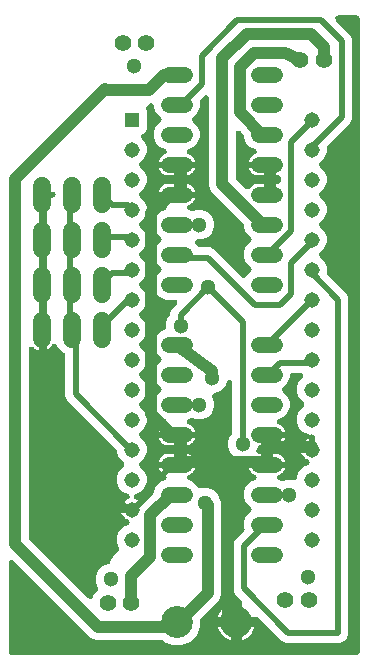
<source format=gbr>
G04 EAGLE Gerber RS-274X export*
G75*
%MOMM*%
%FSLAX34Y34*%
%LPD*%
%INTop Copper*%
%IPPOS*%
%AMOC8*
5,1,8,0,0,1.08239X$1,22.5*%
G01*
%ADD10R,1.308000X1.308000*%
%ADD11C,1.308000*%
%ADD12C,2.700000*%
%ADD13C,1.320800*%
%ADD14C,1.524000*%
%ADD15C,1.408000*%
%ADD16C,0.508000*%
%ADD17C,1.016000*%
%ADD18C,1.300000*%

G36*
X304635Y10164D02*
X304635Y10164D01*
X304669Y10162D01*
X304858Y10184D01*
X305049Y10201D01*
X305082Y10210D01*
X305116Y10214D01*
X305299Y10269D01*
X305483Y10319D01*
X305514Y10334D01*
X305547Y10344D01*
X305718Y10431D01*
X305890Y10513D01*
X305918Y10533D01*
X305949Y10548D01*
X306101Y10664D01*
X306256Y10775D01*
X306280Y10800D01*
X306307Y10820D01*
X306436Y10960D01*
X306570Y11097D01*
X306589Y11126D01*
X306613Y11152D01*
X306715Y11313D01*
X306822Y11470D01*
X306836Y11502D01*
X306854Y11531D01*
X306927Y11708D01*
X307004Y11882D01*
X307012Y11916D01*
X307025Y11948D01*
X307065Y12135D01*
X307111Y12320D01*
X307113Y12354D01*
X307120Y12388D01*
X307139Y12700D01*
X307139Y549150D01*
X307136Y549185D01*
X307138Y549219D01*
X307116Y549408D01*
X307099Y549599D01*
X307090Y549632D01*
X307086Y549666D01*
X307031Y549849D01*
X306981Y550033D01*
X306966Y550064D01*
X306956Y550097D01*
X306869Y550268D01*
X306787Y550440D01*
X306767Y550468D01*
X306752Y550499D01*
X306636Y550651D01*
X306525Y550806D01*
X306500Y550830D01*
X306480Y550857D01*
X306340Y550986D01*
X306203Y551120D01*
X306174Y551139D01*
X306148Y551163D01*
X305987Y551265D01*
X305830Y551372D01*
X305798Y551386D01*
X305769Y551404D01*
X305592Y551477D01*
X305418Y551554D01*
X305384Y551562D01*
X305352Y551575D01*
X305165Y551615D01*
X304980Y551661D01*
X304946Y551663D01*
X304912Y551670D01*
X304600Y551689D01*
X289171Y551689D01*
X289041Y551678D01*
X288911Y551676D01*
X288817Y551658D01*
X288722Y551649D01*
X288597Y551615D01*
X288469Y551590D01*
X288380Y551556D01*
X288288Y551531D01*
X288171Y551475D01*
X288049Y551428D01*
X287967Y551378D01*
X287881Y551337D01*
X287776Y551262D01*
X287664Y551194D01*
X287593Y551131D01*
X287515Y551075D01*
X287424Y550982D01*
X287327Y550896D01*
X287268Y550821D01*
X287201Y550753D01*
X287128Y550645D01*
X287048Y550543D01*
X287003Y550459D01*
X286949Y550380D01*
X286896Y550261D01*
X286835Y550146D01*
X286805Y550055D01*
X286767Y549968D01*
X286736Y549841D01*
X286696Y549718D01*
X286683Y549623D01*
X286660Y549530D01*
X286652Y549401D01*
X286634Y549272D01*
X286638Y549176D01*
X286632Y549081D01*
X286647Y548952D01*
X286653Y548822D01*
X286673Y548729D01*
X286684Y548634D01*
X286722Y548509D01*
X286750Y548382D01*
X286787Y548294D01*
X286815Y548203D01*
X286874Y548087D01*
X286924Y547967D01*
X286976Y547886D01*
X287019Y547801D01*
X287098Y547698D01*
X287168Y547589D01*
X287254Y547491D01*
X287291Y547443D01*
X287324Y547412D01*
X287375Y547354D01*
X299485Y535244D01*
X300800Y532070D01*
X300800Y463801D01*
X299485Y460626D01*
X280080Y441221D01*
X279975Y441095D01*
X279863Y440974D01*
X279831Y440923D01*
X279792Y440876D01*
X279710Y440733D01*
X279622Y440594D01*
X279598Y440538D01*
X279568Y440485D01*
X279513Y440330D01*
X279451Y440178D01*
X279438Y440118D01*
X279417Y440061D01*
X279391Y439898D01*
X279356Y439738D01*
X279351Y439661D01*
X279344Y439616D01*
X279345Y439555D01*
X279337Y439426D01*
X279337Y435636D01*
X277413Y430992D01*
X273667Y427246D01*
X273644Y427219D01*
X273618Y427196D01*
X273500Y427047D01*
X273378Y426900D01*
X273360Y426870D01*
X273339Y426843D01*
X273249Y426675D01*
X273154Y426509D01*
X273143Y426477D01*
X273126Y426446D01*
X273067Y426265D01*
X273003Y426085D01*
X272998Y426051D01*
X272987Y426018D01*
X272961Y425829D01*
X272930Y425641D01*
X272930Y425606D01*
X272926Y425572D01*
X272934Y425381D01*
X272936Y425190D01*
X272943Y425156D01*
X272944Y425122D01*
X272985Y424936D01*
X273022Y424748D01*
X273034Y424716D01*
X273042Y424682D01*
X273115Y424507D01*
X273184Y424328D01*
X273202Y424299D01*
X273215Y424267D01*
X273319Y424107D01*
X273418Y423944D01*
X273441Y423918D01*
X273460Y423889D01*
X273667Y423654D01*
X277413Y419908D01*
X279337Y415264D01*
X279337Y410236D01*
X277413Y405592D01*
X273667Y401846D01*
X273644Y401819D01*
X273618Y401796D01*
X273500Y401647D01*
X273378Y401500D01*
X273360Y401470D01*
X273339Y401443D01*
X273249Y401274D01*
X273154Y401109D01*
X273143Y401077D01*
X273126Y401046D01*
X273067Y400865D01*
X273003Y400685D01*
X272998Y400651D01*
X272987Y400618D01*
X272961Y400429D01*
X272930Y400241D01*
X272930Y400206D01*
X272926Y400172D01*
X272934Y399981D01*
X272936Y399790D01*
X272943Y399756D01*
X272944Y399722D01*
X272985Y399536D01*
X273022Y399348D01*
X273034Y399316D01*
X273042Y399282D01*
X273115Y399107D01*
X273184Y398928D01*
X273202Y398899D01*
X273215Y398867D01*
X273319Y398707D01*
X273418Y398544D01*
X273441Y398518D01*
X273460Y398489D01*
X273667Y398254D01*
X277413Y394508D01*
X279337Y389864D01*
X279337Y384836D01*
X277413Y380192D01*
X273667Y376446D01*
X273644Y376419D01*
X273618Y376396D01*
X273500Y376247D01*
X273378Y376100D01*
X273360Y376070D01*
X273339Y376043D01*
X273249Y375875D01*
X273154Y375709D01*
X273143Y375677D01*
X273126Y375646D01*
X273067Y375465D01*
X273003Y375285D01*
X272998Y375251D01*
X272987Y375218D01*
X272961Y375029D01*
X272930Y374841D01*
X272930Y374806D01*
X272926Y374772D01*
X272934Y374581D01*
X272936Y374390D01*
X272943Y374356D01*
X272944Y374322D01*
X272985Y374136D01*
X273022Y373948D01*
X273034Y373916D01*
X273042Y373882D01*
X273115Y373707D01*
X273184Y373528D01*
X273202Y373499D01*
X273215Y373467D01*
X273319Y373307D01*
X273418Y373144D01*
X273441Y373118D01*
X273460Y373089D01*
X273667Y372854D01*
X277413Y369108D01*
X279337Y364464D01*
X279337Y359436D01*
X277413Y354792D01*
X273667Y351046D01*
X273644Y351019D01*
X273618Y350996D01*
X273500Y350847D01*
X273378Y350700D01*
X273360Y350670D01*
X273339Y350643D01*
X273249Y350475D01*
X273154Y350309D01*
X273143Y350277D01*
X273126Y350246D01*
X273067Y350065D01*
X273003Y349885D01*
X272998Y349851D01*
X272987Y349818D01*
X272961Y349629D01*
X272930Y349441D01*
X272930Y349406D01*
X272926Y349372D01*
X272934Y349181D01*
X272936Y348990D01*
X272943Y348956D01*
X272944Y348922D01*
X272985Y348736D01*
X273022Y348548D01*
X273034Y348516D01*
X273042Y348482D01*
X273115Y348307D01*
X273184Y348128D01*
X273202Y348099D01*
X273215Y348067D01*
X273319Y347907D01*
X273418Y347744D01*
X273441Y347718D01*
X273460Y347689D01*
X273667Y347454D01*
X277413Y343708D01*
X279337Y339064D01*
X279337Y334004D01*
X279351Y333841D01*
X279358Y333676D01*
X279371Y333617D01*
X279377Y333556D01*
X279420Y333397D01*
X279456Y333237D01*
X279479Y333180D01*
X279495Y333121D01*
X279566Y332973D01*
X279629Y332821D01*
X279662Y332770D01*
X279689Y332715D01*
X279784Y332581D01*
X279874Y332443D01*
X279925Y332385D01*
X279951Y332349D01*
X279994Y332306D01*
X280080Y332209D01*
X296247Y316042D01*
X297562Y312868D01*
X297562Y27492D01*
X296247Y24318D01*
X293817Y21888D01*
X290643Y20573D01*
X244662Y20573D01*
X241488Y21888D01*
X221520Y41856D01*
X221394Y41961D01*
X221273Y42073D01*
X221222Y42105D01*
X221175Y42144D01*
X221032Y42226D01*
X220893Y42314D01*
X220837Y42338D01*
X220784Y42368D01*
X220629Y42423D01*
X220477Y42485D01*
X220417Y42498D01*
X220360Y42519D01*
X220197Y42545D01*
X220037Y42580D01*
X219960Y42585D01*
X219915Y42592D01*
X219854Y42591D01*
X219725Y42599D01*
X207299Y42599D01*
X207299Y55025D01*
X207285Y55188D01*
X207278Y55353D01*
X207265Y55412D01*
X207259Y55473D01*
X207216Y55632D01*
X207180Y55792D01*
X207157Y55849D01*
X207141Y55908D01*
X207070Y56056D01*
X207007Y56208D01*
X206974Y56259D01*
X206947Y56314D01*
X206852Y56448D01*
X206762Y56586D01*
X206711Y56644D01*
X206685Y56680D01*
X206642Y56723D01*
X206556Y56820D01*
X201593Y61783D01*
X200278Y64957D01*
X200278Y103953D01*
X201593Y107127D01*
X209060Y114595D01*
X209197Y114758D01*
X209334Y114918D01*
X209341Y114930D01*
X209349Y114940D01*
X209455Y115125D01*
X209562Y115307D01*
X209566Y115319D01*
X209573Y115331D01*
X209644Y115531D01*
X209717Y115730D01*
X209719Y115743D01*
X209723Y115755D01*
X209758Y115964D01*
X209795Y116173D01*
X209795Y116186D01*
X209797Y116199D01*
X209794Y116412D01*
X209793Y116623D01*
X209791Y116636D01*
X209791Y116650D01*
X209750Y116859D01*
X209712Y117066D01*
X209707Y117081D01*
X209705Y117092D01*
X209691Y117129D01*
X209611Y117362D01*
X209295Y118124D01*
X209295Y123176D01*
X211229Y127844D01*
X214939Y131554D01*
X214961Y131581D01*
X214987Y131604D01*
X215105Y131753D01*
X215228Y131900D01*
X215245Y131930D01*
X215267Y131957D01*
X215357Y132125D01*
X215451Y132291D01*
X215463Y132323D01*
X215479Y132354D01*
X215538Y132535D01*
X215602Y132715D01*
X215608Y132749D01*
X215618Y132782D01*
X215644Y132970D01*
X215676Y133159D01*
X215675Y133194D01*
X215680Y133228D01*
X215672Y133419D01*
X215669Y133610D01*
X215663Y133644D01*
X215661Y133678D01*
X215620Y133864D01*
X215584Y134052D01*
X215571Y134084D01*
X215564Y134118D01*
X215491Y134293D01*
X215422Y134472D01*
X215403Y134501D01*
X215390Y134533D01*
X215287Y134693D01*
X215188Y134856D01*
X215165Y134882D01*
X215146Y134911D01*
X214939Y135146D01*
X211229Y138856D01*
X209295Y143524D01*
X209295Y148576D01*
X211229Y153244D01*
X214802Y156817D01*
X218411Y158312D01*
X218438Y158326D01*
X218467Y158336D01*
X218638Y158431D01*
X218810Y158521D01*
X218834Y158539D01*
X218861Y158554D01*
X219013Y158677D01*
X219166Y158797D01*
X219187Y158819D01*
X219210Y158838D01*
X219338Y158987D01*
X219468Y159131D01*
X219484Y159157D01*
X219504Y159180D01*
X219603Y159348D01*
X219706Y159513D01*
X219717Y159541D01*
X219733Y159568D01*
X219800Y159750D01*
X219873Y159931D01*
X219879Y159961D01*
X219889Y159990D01*
X219924Y160181D01*
X219963Y160373D01*
X219964Y160403D01*
X219969Y160433D01*
X219969Y160627D01*
X219974Y160823D01*
X219969Y160853D01*
X219969Y160883D01*
X219935Y161074D01*
X219905Y161268D01*
X219895Y161297D01*
X219889Y161326D01*
X219822Y161509D01*
X219758Y161694D01*
X219744Y161720D01*
X219733Y161749D01*
X219634Y161917D01*
X219539Y162087D01*
X219520Y162110D01*
X219504Y162136D01*
X219377Y162284D01*
X219254Y162435D01*
X219231Y162455D01*
X219211Y162478D01*
X219060Y162601D01*
X218911Y162728D01*
X218885Y162743D01*
X218862Y162762D01*
X218592Y162921D01*
X217203Y163629D01*
X216039Y164475D01*
X215021Y165493D01*
X214175Y166657D01*
X213521Y167940D01*
X213206Y168911D01*
X228600Y168911D01*
X243994Y168911D01*
X243679Y167940D01*
X243025Y166657D01*
X242179Y165493D01*
X241161Y164475D01*
X239997Y163629D01*
X238608Y162921D01*
X238582Y162905D01*
X238554Y162893D01*
X238391Y162785D01*
X238226Y162682D01*
X238204Y162661D01*
X238178Y162644D01*
X238037Y162510D01*
X237893Y162379D01*
X237874Y162355D01*
X237852Y162334D01*
X237737Y162176D01*
X237618Y162022D01*
X237604Y161995D01*
X237586Y161970D01*
X237501Y161795D01*
X237411Y161622D01*
X237402Y161593D01*
X237389Y161566D01*
X237336Y161379D01*
X237278Y161192D01*
X237274Y161162D01*
X237266Y161133D01*
X237246Y160939D01*
X237223Y160745D01*
X237224Y160715D01*
X237221Y160685D01*
X237237Y160490D01*
X237247Y160296D01*
X237254Y160266D01*
X237256Y160236D01*
X237306Y160047D01*
X237351Y159857D01*
X237363Y159830D01*
X237370Y159800D01*
X237452Y159624D01*
X237530Y159444D01*
X237547Y159419D01*
X237560Y159392D01*
X237672Y159232D01*
X237780Y159070D01*
X237801Y159048D01*
X237818Y159023D01*
X237956Y158885D01*
X238091Y158745D01*
X238116Y158727D01*
X238137Y158705D01*
X238298Y158595D01*
X238455Y158480D01*
X238483Y158467D01*
X238508Y158449D01*
X238789Y158312D01*
X240591Y157566D01*
X240748Y157517D01*
X240902Y157460D01*
X240963Y157449D01*
X241021Y157431D01*
X241184Y157410D01*
X241346Y157382D01*
X241407Y157382D01*
X241467Y157374D01*
X241632Y157383D01*
X241796Y157383D01*
X241856Y157394D01*
X241917Y157397D01*
X242077Y157435D01*
X242239Y157464D01*
X242312Y157489D01*
X242356Y157499D01*
X242412Y157523D01*
X242535Y157566D01*
X245144Y158647D01*
X250156Y158647D01*
X250552Y158482D01*
X250631Y158458D01*
X250706Y158424D01*
X250845Y158391D01*
X250982Y158348D01*
X251064Y158337D01*
X251144Y158318D01*
X251286Y158309D01*
X251429Y158291D01*
X251511Y158295D01*
X251593Y158290D01*
X251735Y158307D01*
X251878Y158314D01*
X251958Y158333D01*
X252040Y158342D01*
X252178Y158384D01*
X252317Y158416D01*
X252392Y158449D01*
X252471Y158472D01*
X252599Y158537D01*
X252730Y158594D01*
X252799Y158639D01*
X252873Y158677D01*
X252986Y158763D01*
X253106Y158842D01*
X253166Y158899D01*
X253231Y158949D01*
X253328Y159054D01*
X253432Y159153D01*
X253481Y159219D01*
X253537Y159280D01*
X253613Y159401D01*
X253698Y159516D01*
X253734Y159590D01*
X253778Y159660D01*
X253833Y159792D01*
X253896Y159921D01*
X253918Y160000D01*
X253949Y160076D01*
X253979Y160216D01*
X254019Y160354D01*
X254027Y160436D01*
X254044Y160516D01*
X254059Y160762D01*
X254063Y160802D01*
X254062Y160813D01*
X254063Y160828D01*
X254063Y161264D01*
X255987Y165908D01*
X259542Y169463D01*
X263282Y171012D01*
X263286Y171014D01*
X263290Y171015D01*
X263484Y171118D01*
X263681Y171221D01*
X263685Y171223D01*
X263688Y171225D01*
X263860Y171359D01*
X264037Y171496D01*
X264040Y171500D01*
X264044Y171502D01*
X264191Y171667D01*
X264339Y171831D01*
X264341Y171834D01*
X264344Y171837D01*
X264462Y172028D01*
X264577Y172213D01*
X264579Y172217D01*
X264581Y172221D01*
X264659Y172420D01*
X264744Y172631D01*
X264744Y172636D01*
X264746Y172639D01*
X264789Y172855D01*
X264834Y173072D01*
X264834Y173077D01*
X264835Y173081D01*
X264839Y173302D01*
X264845Y173523D01*
X264844Y173527D01*
X264844Y173531D01*
X264810Y173745D01*
X264776Y173968D01*
X264774Y173972D01*
X264774Y173976D01*
X264701Y174184D01*
X264629Y174393D01*
X264627Y174397D01*
X264626Y174401D01*
X264519Y174591D01*
X264410Y174787D01*
X264407Y174790D01*
X264405Y174794D01*
X264266Y174962D01*
X264125Y175135D01*
X264121Y175138D01*
X264119Y175141D01*
X263954Y175281D01*
X263782Y175427D01*
X263779Y175430D01*
X263775Y175432D01*
X263588Y175541D01*
X263394Y175655D01*
X263390Y175656D01*
X263386Y175658D01*
X263286Y175698D01*
X261941Y176383D01*
X260784Y177224D01*
X259774Y178234D01*
X258933Y179391D01*
X258285Y180664D01*
X257977Y181611D01*
X266700Y181611D01*
X266734Y181614D01*
X266769Y181612D01*
X266958Y181634D01*
X267148Y181650D01*
X267182Y181660D01*
X267216Y181664D01*
X267399Y181719D01*
X267583Y181769D01*
X267614Y181784D01*
X267647Y181794D01*
X267818Y181881D01*
X267989Y181962D01*
X268017Y181983D01*
X268048Y181998D01*
X268200Y182113D01*
X268355Y182225D01*
X268379Y182249D01*
X268407Y182270D01*
X268407Y182271D01*
X268536Y182410D01*
X268669Y182547D01*
X268670Y182548D01*
X268689Y182576D01*
X268713Y182602D01*
X268815Y182763D01*
X268922Y182921D01*
X268936Y182952D01*
X268954Y182982D01*
X269027Y183158D01*
X269104Y183333D01*
X269112Y183366D01*
X269125Y183398D01*
X269166Y183585D01*
X269211Y183770D01*
X269213Y183804D01*
X269220Y183838D01*
X269239Y184150D01*
X269239Y194374D01*
X269236Y194409D01*
X269238Y194443D01*
X269216Y194632D01*
X269199Y194823D01*
X269190Y194856D01*
X269186Y194890D01*
X269131Y195073D01*
X269081Y195257D01*
X269066Y195288D01*
X269056Y195321D01*
X268969Y195492D01*
X268888Y195664D01*
X268867Y195692D01*
X268852Y195723D01*
X268736Y195875D01*
X268625Y196030D01*
X268601Y196054D01*
X268580Y196081D01*
X268440Y196210D01*
X268303Y196344D01*
X268274Y196363D01*
X268249Y196387D01*
X268088Y196489D01*
X267930Y196596D01*
X267898Y196610D01*
X267869Y196628D01*
X267692Y196701D01*
X267518Y196778D01*
X267484Y196786D01*
X267452Y196799D01*
X267266Y196839D01*
X267080Y196885D01*
X267046Y196887D01*
X267012Y196894D01*
X266700Y196913D01*
X266665Y196910D01*
X266631Y196912D01*
X266441Y196890D01*
X266251Y196873D01*
X266218Y196864D01*
X266184Y196860D01*
X266001Y196805D01*
X265817Y196755D01*
X265786Y196740D01*
X265753Y196730D01*
X265582Y196643D01*
X265410Y196561D01*
X265382Y196541D01*
X265351Y196526D01*
X265199Y196410D01*
X265044Y196299D01*
X265020Y196274D01*
X264992Y196254D01*
X264863Y196114D01*
X264730Y195977D01*
X264711Y195948D01*
X264687Y195922D01*
X264662Y195883D01*
X264610Y195996D01*
X264516Y196201D01*
X264513Y196205D01*
X264511Y196209D01*
X264387Y196387D01*
X264258Y196571D01*
X264255Y196574D01*
X264253Y196577D01*
X264097Y196732D01*
X263940Y196889D01*
X263937Y196892D01*
X263934Y196895D01*
X263750Y197022D01*
X263570Y197146D01*
X263567Y197148D01*
X263563Y197151D01*
X263282Y197288D01*
X259542Y198837D01*
X255987Y202392D01*
X254063Y207036D01*
X254063Y212064D01*
X255987Y216708D01*
X259733Y220454D01*
X259756Y220481D01*
X259782Y220504D01*
X259900Y220653D01*
X260022Y220800D01*
X260040Y220830D01*
X260061Y220857D01*
X260151Y221025D01*
X260246Y221191D01*
X260257Y221223D01*
X260274Y221254D01*
X260332Y221435D01*
X260397Y221615D01*
X260402Y221649D01*
X260413Y221682D01*
X260439Y221871D01*
X260470Y222059D01*
X260470Y222094D01*
X260474Y222128D01*
X260466Y222319D01*
X260464Y222509D01*
X260457Y222544D01*
X260456Y222578D01*
X260415Y222764D01*
X260378Y222952D01*
X260366Y222984D01*
X260358Y223018D01*
X260285Y223194D01*
X260216Y223372D01*
X260198Y223401D01*
X260185Y223433D01*
X260081Y223594D01*
X259982Y223756D01*
X259959Y223782D01*
X259940Y223811D01*
X259733Y224046D01*
X255987Y227792D01*
X254063Y232436D01*
X254063Y237464D01*
X255987Y242108D01*
X258717Y244838D01*
X258801Y244938D01*
X258892Y245031D01*
X258945Y245111D01*
X259006Y245184D01*
X259071Y245297D01*
X259144Y245404D01*
X259182Y245492D01*
X259230Y245575D01*
X259273Y245697D01*
X259326Y245816D01*
X259349Y245909D01*
X259381Y245999D01*
X259402Y246127D01*
X259433Y246254D01*
X259438Y246349D01*
X259454Y246443D01*
X259452Y246573D01*
X259460Y246703D01*
X259449Y246798D01*
X259448Y246894D01*
X259423Y247021D01*
X259408Y247150D01*
X259380Y247242D01*
X259362Y247336D01*
X259316Y247457D01*
X259278Y247581D01*
X259234Y247667D01*
X259200Y247756D01*
X259133Y247867D01*
X259074Y247983D01*
X259016Y248059D01*
X258966Y248140D01*
X258880Y248238D01*
X258802Y248341D01*
X258731Y248406D01*
X258668Y248478D01*
X258566Y248558D01*
X258470Y248647D01*
X258390Y248698D01*
X258315Y248757D01*
X258200Y248818D01*
X258091Y248888D01*
X258002Y248925D01*
X257918Y248970D01*
X257794Y249010D01*
X257674Y249059D01*
X257581Y249079D01*
X257490Y249109D01*
X257361Y249127D01*
X257234Y249154D01*
X257104Y249162D01*
X257044Y249170D01*
X256999Y249169D01*
X256922Y249173D01*
X250444Y249173D01*
X250409Y249170D01*
X250375Y249172D01*
X250186Y249150D01*
X249995Y249133D01*
X249962Y249124D01*
X249928Y249120D01*
X249745Y249065D01*
X249561Y249015D01*
X249530Y249000D01*
X249497Y248990D01*
X249326Y248903D01*
X249154Y248821D01*
X249126Y248801D01*
X249095Y248786D01*
X248943Y248670D01*
X248788Y248559D01*
X248764Y248534D01*
X248737Y248514D01*
X248608Y248374D01*
X248474Y248237D01*
X248455Y248208D01*
X248431Y248182D01*
X248329Y248021D01*
X248222Y247864D01*
X248208Y247832D01*
X248190Y247803D01*
X248117Y247626D01*
X248040Y247452D01*
X248032Y247418D01*
X248019Y247386D01*
X247979Y247199D01*
X247933Y247014D01*
X247931Y246980D01*
X247924Y246946D01*
X247905Y246634D01*
X247905Y245124D01*
X245971Y240456D01*
X242261Y236746D01*
X242239Y236719D01*
X242213Y236696D01*
X242095Y236547D01*
X241972Y236400D01*
X241955Y236370D01*
X241933Y236343D01*
X241843Y236175D01*
X241749Y236009D01*
X241737Y235977D01*
X241721Y235946D01*
X241662Y235765D01*
X241598Y235585D01*
X241592Y235551D01*
X241582Y235518D01*
X241556Y235329D01*
X241525Y235141D01*
X241525Y235106D01*
X241520Y235072D01*
X241528Y234881D01*
X241531Y234691D01*
X241537Y234656D01*
X241539Y234622D01*
X241580Y234435D01*
X241616Y234248D01*
X241629Y234216D01*
X241636Y234182D01*
X241710Y234006D01*
X241778Y233828D01*
X241796Y233799D01*
X241810Y233767D01*
X241913Y233606D01*
X242012Y233444D01*
X242035Y233418D01*
X242054Y233389D01*
X242261Y233154D01*
X245971Y229444D01*
X247905Y224776D01*
X247905Y219724D01*
X245971Y215056D01*
X242398Y211483D01*
X238789Y209988D01*
X238762Y209974D01*
X238733Y209964D01*
X238562Y209869D01*
X238390Y209779D01*
X238366Y209761D01*
X238339Y209746D01*
X238187Y209623D01*
X238034Y209503D01*
X238013Y209481D01*
X237990Y209462D01*
X237862Y209313D01*
X237732Y209169D01*
X237716Y209143D01*
X237696Y209120D01*
X237597Y208952D01*
X237494Y208787D01*
X237483Y208759D01*
X237467Y208732D01*
X237400Y208550D01*
X237327Y208369D01*
X237321Y208339D01*
X237311Y208310D01*
X237276Y208119D01*
X237237Y207927D01*
X237236Y207897D01*
X237231Y207867D01*
X237231Y207673D01*
X237226Y207477D01*
X237231Y207447D01*
X237231Y207417D01*
X237265Y207226D01*
X237295Y207032D01*
X237305Y207003D01*
X237311Y206974D01*
X237378Y206791D01*
X237442Y206606D01*
X237456Y206580D01*
X237467Y206551D01*
X237566Y206383D01*
X237661Y206213D01*
X237680Y206190D01*
X237696Y206164D01*
X237823Y206016D01*
X237946Y205865D01*
X237969Y205845D01*
X237989Y205822D01*
X238140Y205699D01*
X238289Y205572D01*
X238315Y205557D01*
X238338Y205538D01*
X238608Y205379D01*
X239997Y204671D01*
X241161Y203825D01*
X242179Y202807D01*
X243025Y201643D01*
X243679Y200360D01*
X243994Y199389D01*
X228600Y199389D01*
X228566Y199386D01*
X228531Y199388D01*
X228342Y199366D01*
X228152Y199349D01*
X228118Y199340D01*
X228084Y199336D01*
X227901Y199281D01*
X227717Y199231D01*
X227686Y199216D01*
X227653Y199206D01*
X227482Y199119D01*
X227311Y199038D01*
X227283Y199017D01*
X227252Y199002D01*
X227100Y198886D01*
X226945Y198775D01*
X226944Y198775D01*
X226920Y198750D01*
X226893Y198730D01*
X226893Y198729D01*
X226892Y198729D01*
X226763Y198589D01*
X226630Y198452D01*
X226611Y198424D01*
X226587Y198398D01*
X226485Y198237D01*
X226378Y198079D01*
X226364Y198048D01*
X226345Y198018D01*
X226273Y197842D01*
X226196Y197667D01*
X226188Y197634D01*
X226175Y197602D01*
X226134Y197415D01*
X226089Y197230D01*
X226087Y197196D01*
X226080Y197162D01*
X226061Y196850D01*
X226061Y187705D01*
X223100Y187705D01*
X222889Y187686D01*
X222678Y187670D01*
X222665Y187667D01*
X222652Y187665D01*
X222447Y187609D01*
X222242Y187556D01*
X222230Y187550D01*
X222217Y187547D01*
X222027Y187456D01*
X221834Y187367D01*
X221823Y187359D01*
X221811Y187353D01*
X221639Y187230D01*
X221465Y187108D01*
X221456Y187099D01*
X221445Y187091D01*
X221297Y186939D01*
X221147Y186789D01*
X221140Y186778D01*
X221131Y186769D01*
X221012Y186593D01*
X220892Y186419D01*
X220885Y186404D01*
X220879Y186396D01*
X220863Y186359D01*
X220754Y186138D01*
X219913Y184106D01*
X219888Y184027D01*
X219855Y183952D01*
X219821Y183813D01*
X219778Y183676D01*
X219767Y183594D01*
X219748Y183514D01*
X219739Y183372D01*
X219721Y183229D01*
X219725Y183147D01*
X219720Y183065D01*
X219737Y182923D01*
X219744Y182780D01*
X219763Y182700D01*
X219772Y182618D01*
X219814Y182480D01*
X219846Y182341D01*
X219879Y182266D01*
X219903Y182187D01*
X219968Y182059D01*
X220024Y181928D01*
X220070Y181859D01*
X220107Y181785D01*
X220193Y181672D01*
X220272Y181552D01*
X220329Y181492D01*
X220379Y181427D01*
X220484Y181330D01*
X220583Y181226D01*
X220650Y181177D01*
X220710Y181121D01*
X220831Y181045D01*
X220946Y180960D01*
X221020Y180924D01*
X221090Y180880D01*
X221222Y180825D01*
X221351Y180762D01*
X221430Y180740D01*
X221507Y180709D01*
X221646Y180679D01*
X221784Y180639D01*
X221866Y180631D01*
X221947Y180614D01*
X222193Y180599D01*
X222232Y180595D01*
X222243Y180596D01*
X222259Y180595D01*
X226061Y180595D01*
X226061Y173989D01*
X213022Y173989D01*
X213004Y174149D01*
X213002Y174157D01*
X213001Y174166D01*
X212938Y174374D01*
X212877Y174581D01*
X212873Y174589D01*
X212871Y174597D01*
X212772Y174790D01*
X212675Y174984D01*
X212670Y174990D01*
X212666Y174998D01*
X212536Y175169D01*
X212406Y175344D01*
X212399Y175350D01*
X212394Y175357D01*
X212235Y175503D01*
X212077Y175652D01*
X212070Y175656D01*
X212063Y175662D01*
X211880Y175779D01*
X211699Y175896D01*
X211691Y175899D01*
X211683Y175904D01*
X211483Y175986D01*
X211283Y176070D01*
X211275Y176072D01*
X211267Y176075D01*
X211054Y176121D01*
X210844Y176167D01*
X210835Y176168D01*
X210827Y176170D01*
X210515Y176189D01*
X205711Y176189D01*
X201081Y178106D01*
X197537Y181650D01*
X195620Y186280D01*
X195620Y191291D01*
X197537Y195921D01*
X198836Y197220D01*
X198942Y197346D01*
X199053Y197467D01*
X199086Y197518D01*
X199125Y197565D01*
X199206Y197708D01*
X199295Y197846D01*
X199318Y197903D01*
X199348Y197956D01*
X199403Y198111D01*
X199466Y198263D01*
X199479Y198323D01*
X199499Y198380D01*
X199526Y198542D01*
X199561Y198703D01*
X199565Y198780D01*
X199573Y198824D01*
X199572Y198885D01*
X199580Y199015D01*
X199580Y240642D01*
X199564Y240819D01*
X199555Y240997D01*
X199544Y241043D01*
X199540Y241091D01*
X199493Y241262D01*
X199453Y241435D01*
X199434Y241479D01*
X199421Y241525D01*
X199345Y241686D01*
X199275Y241849D01*
X199248Y241889D01*
X199228Y241932D01*
X199125Y242076D01*
X199027Y242224D01*
X198994Y242259D01*
X198966Y242298D01*
X198838Y242422D01*
X198716Y242550D01*
X198677Y242579D01*
X198643Y242612D01*
X198496Y242711D01*
X198353Y242816D01*
X198310Y242837D01*
X198270Y242864D01*
X198108Y242936D01*
X197948Y243014D01*
X197902Y243027D01*
X197858Y243046D01*
X197686Y243088D01*
X197515Y243137D01*
X197467Y243142D01*
X197421Y243153D01*
X197244Y243164D01*
X197067Y243182D01*
X197019Y243178D01*
X196971Y243181D01*
X196795Y243160D01*
X196618Y243146D01*
X196572Y243134D01*
X196524Y243129D01*
X196354Y243077D01*
X196182Y243032D01*
X196139Y243012D01*
X196093Y242998D01*
X195935Y242918D01*
X195774Y242843D01*
X195735Y242816D01*
X195692Y242794D01*
X195551Y242687D01*
X195405Y242585D01*
X195371Y242551D01*
X195333Y242522D01*
X195213Y242392D01*
X195088Y242265D01*
X195060Y242226D01*
X195028Y242191D01*
X194933Y242041D01*
X194832Y241895D01*
X194806Y241842D01*
X194786Y241811D01*
X194762Y241753D01*
X194695Y241614D01*
X192924Y237340D01*
X189380Y233796D01*
X184737Y231873D01*
X184732Y231873D01*
X184591Y231851D01*
X184448Y231838D01*
X184369Y231817D01*
X184287Y231804D01*
X184152Y231758D01*
X184014Y231720D01*
X183939Y231684D01*
X183862Y231658D01*
X183736Y231588D01*
X183607Y231526D01*
X183540Y231479D01*
X183468Y231438D01*
X183357Y231348D01*
X183241Y231264D01*
X183184Y231205D01*
X183120Y231153D01*
X183027Y231044D01*
X182927Y230942D01*
X182881Y230873D01*
X182827Y230811D01*
X182755Y230687D01*
X182675Y230569D01*
X182642Y230493D01*
X182600Y230422D01*
X182551Y230288D01*
X182493Y230157D01*
X182473Y230077D01*
X182445Y229999D01*
X182420Y229858D01*
X182386Y229719D01*
X182381Y229637D01*
X182367Y229556D01*
X182367Y229413D01*
X182358Y229270D01*
X182368Y229188D01*
X182368Y229106D01*
X182394Y228965D01*
X182410Y228823D01*
X182434Y228744D01*
X182449Y228663D01*
X182529Y228430D01*
X182541Y228392D01*
X182546Y228382D01*
X182551Y228367D01*
X184047Y224756D01*
X184047Y219744D01*
X182129Y215115D01*
X178585Y211571D01*
X173956Y209653D01*
X168944Y209653D01*
X166335Y210734D01*
X166178Y210784D01*
X166023Y210840D01*
X165963Y210851D01*
X165905Y210869D01*
X165742Y210890D01*
X165580Y210918D01*
X165519Y210918D01*
X165458Y210926D01*
X165294Y210917D01*
X165130Y210917D01*
X165070Y210906D01*
X165009Y210903D01*
X164849Y210865D01*
X164687Y210836D01*
X164614Y210811D01*
X164570Y210801D01*
X164514Y210777D01*
X164391Y210734D01*
X162589Y209988D01*
X162562Y209974D01*
X162533Y209964D01*
X162363Y209870D01*
X162190Y209779D01*
X162166Y209761D01*
X162139Y209746D01*
X161988Y209623D01*
X161834Y209503D01*
X161813Y209481D01*
X161790Y209462D01*
X161663Y209314D01*
X161532Y209169D01*
X161516Y209143D01*
X161496Y209120D01*
X161397Y208952D01*
X161294Y208787D01*
X161283Y208759D01*
X161267Y208733D01*
X161199Y208550D01*
X161127Y208369D01*
X161121Y208339D01*
X161111Y208310D01*
X161076Y208119D01*
X161037Y207927D01*
X161037Y207897D01*
X161031Y207867D01*
X161031Y207672D01*
X161026Y207477D01*
X161031Y207447D01*
X161031Y207417D01*
X161066Y207225D01*
X161095Y207032D01*
X161105Y207004D01*
X161111Y206974D01*
X161178Y206791D01*
X161242Y206606D01*
X161257Y206580D01*
X161267Y206552D01*
X161366Y206384D01*
X161461Y206213D01*
X161480Y206190D01*
X161496Y206164D01*
X161623Y206016D01*
X161746Y205865D01*
X161769Y205845D01*
X161789Y205822D01*
X161941Y205699D01*
X162089Y205572D01*
X162115Y205557D01*
X162138Y205538D01*
X162408Y205379D01*
X163797Y204671D01*
X164961Y203825D01*
X165979Y202807D01*
X166825Y201643D01*
X167479Y200360D01*
X167794Y199389D01*
X152400Y199389D01*
X137006Y199389D01*
X137321Y200360D01*
X137975Y201643D01*
X138821Y202807D01*
X139839Y203825D01*
X141003Y204671D01*
X142392Y205379D01*
X142418Y205395D01*
X142446Y205407D01*
X142609Y205515D01*
X142774Y205618D01*
X142796Y205639D01*
X142822Y205656D01*
X142963Y205790D01*
X143107Y205921D01*
X143126Y205945D01*
X143148Y205966D01*
X143263Y206123D01*
X143382Y206278D01*
X143396Y206305D01*
X143414Y206330D01*
X143499Y206505D01*
X143589Y206678D01*
X143598Y206707D01*
X143611Y206734D01*
X143664Y206921D01*
X143722Y207108D01*
X143726Y207138D01*
X143734Y207167D01*
X143753Y207361D01*
X143777Y207555D01*
X143776Y207585D01*
X143779Y207615D01*
X143763Y207810D01*
X143753Y208004D01*
X143746Y208034D01*
X143743Y208064D01*
X143694Y208253D01*
X143649Y208443D01*
X143637Y208470D01*
X143629Y208500D01*
X143548Y208677D01*
X143470Y208856D01*
X143453Y208881D01*
X143440Y208908D01*
X143328Y209068D01*
X143220Y209230D01*
X143199Y209252D01*
X143182Y209277D01*
X143044Y209414D01*
X142909Y209555D01*
X142884Y209573D01*
X142863Y209595D01*
X142702Y209705D01*
X142544Y209820D01*
X142517Y209833D01*
X142492Y209851D01*
X142211Y209988D01*
X138602Y211483D01*
X135029Y215056D01*
X133095Y219724D01*
X133095Y224776D01*
X135029Y229444D01*
X138739Y233154D01*
X138761Y233181D01*
X138787Y233204D01*
X138905Y233353D01*
X139028Y233500D01*
X139045Y233530D01*
X139067Y233557D01*
X139157Y233725D01*
X139251Y233891D01*
X139263Y233923D01*
X139279Y233954D01*
X139338Y234135D01*
X139402Y234315D01*
X139408Y234349D01*
X139418Y234382D01*
X139444Y234571D01*
X139476Y234759D01*
X139475Y234794D01*
X139480Y234828D01*
X139472Y235019D01*
X139469Y235210D01*
X139463Y235244D01*
X139461Y235278D01*
X139420Y235464D01*
X139384Y235652D01*
X139371Y235684D01*
X139364Y235718D01*
X139290Y235893D01*
X139222Y236072D01*
X139203Y236101D01*
X139190Y236133D01*
X139087Y236293D01*
X138988Y236456D01*
X138965Y236482D01*
X138946Y236511D01*
X138739Y236746D01*
X135029Y240456D01*
X133095Y245124D01*
X133095Y250176D01*
X135029Y254844D01*
X138739Y258554D01*
X138761Y258581D01*
X138787Y258604D01*
X138905Y258753D01*
X139028Y258900D01*
X139045Y258930D01*
X139067Y258957D01*
X139157Y259125D01*
X139251Y259291D01*
X139263Y259323D01*
X139279Y259354D01*
X139338Y259535D01*
X139402Y259715D01*
X139408Y259749D01*
X139418Y259782D01*
X139444Y259971D01*
X139475Y260159D01*
X139475Y260194D01*
X139480Y260228D01*
X139472Y260419D01*
X139469Y260609D01*
X139463Y260644D01*
X139461Y260678D01*
X139420Y260864D01*
X139384Y261052D01*
X139371Y261084D01*
X139364Y261118D01*
X139290Y261294D01*
X139222Y261472D01*
X139204Y261501D01*
X139190Y261533D01*
X139087Y261694D01*
X138988Y261856D01*
X138965Y261882D01*
X138946Y261911D01*
X138739Y262146D01*
X135029Y265856D01*
X133095Y270524D01*
X133095Y275576D01*
X135029Y280244D01*
X138602Y283817D01*
X141411Y284981D01*
X141598Y285079D01*
X141788Y285175D01*
X141798Y285183D01*
X141810Y285189D01*
X141977Y285319D01*
X142146Y285447D01*
X142155Y285457D01*
X142166Y285465D01*
X142308Y285623D01*
X142452Y285778D01*
X142459Y285789D01*
X142467Y285799D01*
X142579Y285979D01*
X142693Y286158D01*
X142698Y286170D01*
X142705Y286182D01*
X142784Y286378D01*
X142864Y286575D01*
X142867Y286587D01*
X142872Y286600D01*
X142914Y286808D01*
X142959Y287015D01*
X142960Y287031D01*
X142962Y287041D01*
X142963Y287080D01*
X142978Y287327D01*
X142978Y291431D01*
X144896Y296060D01*
X146195Y297359D01*
X146300Y297485D01*
X146412Y297606D01*
X146444Y297658D01*
X146483Y297704D01*
X146565Y297847D01*
X146653Y297986D01*
X146677Y298042D01*
X146707Y298095D01*
X146762Y298250D01*
X146824Y298402D01*
X146837Y298462D01*
X146858Y298520D01*
X146884Y298682D01*
X146919Y298843D01*
X146924Y298920D01*
X146931Y298964D01*
X146930Y299025D01*
X146938Y299155D01*
X146938Y299723D01*
X148253Y302898D01*
X151040Y305685D01*
X152170Y306814D01*
X152253Y306914D01*
X152344Y307007D01*
X152397Y307087D01*
X152459Y307160D01*
X152523Y307273D01*
X152596Y307380D01*
X152635Y307468D01*
X152682Y307551D01*
X152726Y307673D01*
X152778Y307792D01*
X152801Y307885D01*
X152833Y307975D01*
X152854Y308103D01*
X152885Y308230D01*
X152891Y308325D01*
X152906Y308419D01*
X152905Y308549D01*
X152913Y308679D01*
X152902Y308774D01*
X152900Y308869D01*
X152876Y308997D01*
X152861Y309126D01*
X152833Y309218D01*
X152815Y309312D01*
X152768Y309433D01*
X152730Y309557D01*
X152687Y309643D01*
X152652Y309732D01*
X152585Y309843D01*
X152526Y309959D01*
X152468Y310035D01*
X152419Y310116D01*
X152332Y310214D01*
X152254Y310317D01*
X152184Y310382D01*
X152120Y310454D01*
X152018Y310534D01*
X151923Y310623D01*
X151842Y310674D01*
X151767Y310733D01*
X151653Y310794D01*
X151543Y310864D01*
X151454Y310901D01*
X151370Y310946D01*
X151247Y310986D01*
X151126Y311035D01*
X151033Y311055D01*
X150942Y311085D01*
X150814Y311103D01*
X150686Y311130D01*
X150556Y311138D01*
X150496Y311146D01*
X150451Y311145D01*
X150374Y311149D01*
X143270Y311149D01*
X138602Y313083D01*
X135029Y316656D01*
X133095Y321324D01*
X133095Y326376D01*
X135029Y331044D01*
X138739Y334754D01*
X138761Y334781D01*
X138787Y334804D01*
X138905Y334953D01*
X139028Y335100D01*
X139045Y335130D01*
X139067Y335157D01*
X139157Y335325D01*
X139251Y335491D01*
X139263Y335523D01*
X139279Y335554D01*
X139338Y335735D01*
X139402Y335915D01*
X139408Y335949D01*
X139418Y335982D01*
X139444Y336171D01*
X139475Y336359D01*
X139475Y336394D01*
X139480Y336428D01*
X139472Y336619D01*
X139469Y336809D01*
X139463Y336844D01*
X139461Y336878D01*
X139420Y337064D01*
X139384Y337252D01*
X139371Y337284D01*
X139364Y337318D01*
X139290Y337494D01*
X139222Y337672D01*
X139204Y337701D01*
X139190Y337733D01*
X139087Y337894D01*
X138988Y338056D01*
X138965Y338082D01*
X138946Y338111D01*
X138739Y338346D01*
X135029Y342056D01*
X133095Y346724D01*
X133095Y351776D01*
X135029Y356444D01*
X138739Y360154D01*
X138761Y360181D01*
X138787Y360204D01*
X138905Y360353D01*
X139028Y360500D01*
X139045Y360530D01*
X139067Y360557D01*
X139157Y360725D01*
X139251Y360891D01*
X139263Y360923D01*
X139279Y360954D01*
X139338Y361135D01*
X139402Y361315D01*
X139408Y361349D01*
X139418Y361382D01*
X139444Y361571D01*
X139475Y361759D01*
X139475Y361794D01*
X139480Y361828D01*
X139472Y362019D01*
X139469Y362209D01*
X139463Y362244D01*
X139461Y362278D01*
X139420Y362464D01*
X139384Y362652D01*
X139371Y362684D01*
X139364Y362718D01*
X139290Y362894D01*
X139222Y363072D01*
X139204Y363101D01*
X139190Y363133D01*
X139087Y363294D01*
X138988Y363456D01*
X138965Y363482D01*
X138946Y363511D01*
X138739Y363746D01*
X135029Y367456D01*
X133095Y372124D01*
X133095Y377176D01*
X135029Y381844D01*
X138602Y385417D01*
X142211Y386912D01*
X142238Y386926D01*
X142267Y386936D01*
X142438Y387031D01*
X142610Y387121D01*
X142634Y387139D01*
X142661Y387154D01*
X142813Y387277D01*
X142966Y387397D01*
X142987Y387419D01*
X143010Y387438D01*
X143138Y387587D01*
X143268Y387731D01*
X143284Y387757D01*
X143304Y387780D01*
X143403Y387948D01*
X143506Y388113D01*
X143517Y388141D01*
X143533Y388168D01*
X143600Y388350D01*
X143673Y388531D01*
X143679Y388561D01*
X143689Y388590D01*
X143724Y388781D01*
X143763Y388973D01*
X143764Y389003D01*
X143769Y389033D01*
X143769Y389227D01*
X143774Y389423D01*
X143769Y389453D01*
X143769Y389483D01*
X143735Y389674D01*
X143705Y389868D01*
X143695Y389897D01*
X143689Y389926D01*
X143622Y390109D01*
X143558Y390294D01*
X143544Y390320D01*
X143533Y390349D01*
X143434Y390517D01*
X143339Y390687D01*
X143320Y390710D01*
X143304Y390736D01*
X143177Y390884D01*
X143054Y391035D01*
X143031Y391055D01*
X143011Y391078D01*
X142860Y391201D01*
X142711Y391328D01*
X142685Y391343D01*
X142662Y391362D01*
X142392Y391521D01*
X141003Y392229D01*
X139839Y393075D01*
X138821Y394093D01*
X137975Y395257D01*
X137321Y396540D01*
X137006Y397511D01*
X152400Y397511D01*
X167794Y397511D01*
X167479Y396540D01*
X166825Y395257D01*
X165979Y394093D01*
X164961Y393075D01*
X163797Y392229D01*
X162408Y391521D01*
X162382Y391505D01*
X162354Y391493D01*
X162191Y391385D01*
X162026Y391282D01*
X162004Y391261D01*
X161978Y391244D01*
X161837Y391110D01*
X161693Y390979D01*
X161674Y390955D01*
X161652Y390934D01*
X161537Y390776D01*
X161418Y390622D01*
X161404Y390595D01*
X161386Y390570D01*
X161301Y390395D01*
X161211Y390222D01*
X161202Y390193D01*
X161189Y390166D01*
X161136Y389979D01*
X161078Y389792D01*
X161074Y389762D01*
X161066Y389733D01*
X161046Y389539D01*
X161023Y389345D01*
X161024Y389315D01*
X161021Y389285D01*
X161037Y389090D01*
X161047Y388896D01*
X161054Y388866D01*
X161056Y388836D01*
X161106Y388647D01*
X161151Y388457D01*
X161163Y388430D01*
X161170Y388400D01*
X161252Y388224D01*
X161330Y388044D01*
X161347Y388019D01*
X161360Y387992D01*
X161472Y387832D01*
X161580Y387670D01*
X161601Y387648D01*
X161618Y387623D01*
X161756Y387485D01*
X161891Y387345D01*
X161916Y387327D01*
X161937Y387305D01*
X162098Y387195D01*
X162255Y387080D01*
X162283Y387067D01*
X162308Y387049D01*
X162589Y386912D01*
X164391Y386166D01*
X164548Y386117D01*
X164702Y386060D01*
X164763Y386049D01*
X164821Y386031D01*
X164984Y386010D01*
X165146Y385982D01*
X165207Y385982D01*
X165267Y385974D01*
X165432Y385983D01*
X165596Y385983D01*
X165656Y385994D01*
X165717Y385997D01*
X165877Y386035D01*
X166039Y386064D01*
X166112Y386089D01*
X166156Y386099D01*
X166212Y386123D01*
X166335Y386166D01*
X168944Y387247D01*
X173956Y387247D01*
X178585Y385329D01*
X182129Y381785D01*
X184047Y377156D01*
X184047Y372144D01*
X182129Y367515D01*
X178585Y363971D01*
X173956Y362053D01*
X170293Y362053D01*
X170163Y362042D01*
X170033Y362040D01*
X169939Y362022D01*
X169844Y362013D01*
X169719Y361979D01*
X169591Y361954D01*
X169502Y361920D01*
X169410Y361895D01*
X169292Y361839D01*
X169171Y361792D01*
X169089Y361742D01*
X169003Y361701D01*
X168898Y361626D01*
X168786Y361558D01*
X168715Y361495D01*
X168637Y361439D01*
X168546Y361346D01*
X168449Y361260D01*
X168390Y361185D01*
X168323Y361117D01*
X168250Y361009D01*
X168169Y360907D01*
X168124Y360823D01*
X168071Y360744D01*
X168018Y360625D01*
X167957Y360510D01*
X167927Y360419D01*
X167889Y360332D01*
X167858Y360205D01*
X167818Y360082D01*
X167805Y359987D01*
X167782Y359894D01*
X167774Y359765D01*
X167756Y359636D01*
X167760Y359540D01*
X167754Y359445D01*
X167769Y359316D01*
X167775Y359186D01*
X167795Y359093D01*
X167806Y358998D01*
X167844Y358873D01*
X167872Y358746D01*
X167909Y358658D01*
X167937Y358567D01*
X167996Y358451D01*
X168046Y358331D01*
X168098Y358250D01*
X168141Y358165D01*
X168219Y358062D01*
X168290Y357953D01*
X168376Y357855D01*
X168413Y357807D01*
X168446Y357776D01*
X168497Y357718D01*
X170125Y356090D01*
X170251Y355985D01*
X170372Y355873D01*
X170424Y355841D01*
X170470Y355802D01*
X170613Y355720D01*
X170752Y355632D01*
X170808Y355608D01*
X170861Y355578D01*
X171016Y355523D01*
X171168Y355461D01*
X171228Y355448D01*
X171286Y355427D01*
X171448Y355401D01*
X171609Y355366D01*
X171686Y355361D01*
X171730Y355354D01*
X171791Y355355D01*
X171921Y355347D01*
X180216Y355347D01*
X183391Y354032D01*
X186178Y351245D01*
X207121Y330302D01*
X207184Y330249D01*
X207241Y330189D01*
X207356Y330105D01*
X207466Y330013D01*
X207538Y329972D01*
X207604Y329923D01*
X207733Y329860D01*
X207857Y329789D01*
X207935Y329762D01*
X208009Y329726D01*
X208147Y329687D01*
X208282Y329639D01*
X208363Y329625D01*
X208442Y329603D01*
X208584Y329589D01*
X208726Y329565D01*
X208808Y329566D01*
X208890Y329558D01*
X209033Y329569D01*
X209176Y329571D01*
X209257Y329587D01*
X209339Y329593D01*
X209477Y329630D01*
X209618Y329657D01*
X209695Y329687D01*
X209775Y329707D01*
X209904Y329767D01*
X210038Y329819D01*
X210108Y329862D01*
X210183Y329897D01*
X210300Y329979D01*
X210423Y330053D01*
X210485Y330108D01*
X210552Y330155D01*
X210653Y330257D01*
X210760Y330351D01*
X210811Y330416D01*
X210869Y330474D01*
X210951Y330592D01*
X211040Y330704D01*
X211079Y330777D01*
X211125Y330845D01*
X211217Y331033D01*
X214939Y334754D01*
X214961Y334781D01*
X214987Y334804D01*
X215105Y334953D01*
X215228Y335100D01*
X215245Y335130D01*
X215267Y335157D01*
X215357Y335325D01*
X215451Y335491D01*
X215463Y335523D01*
X215479Y335554D01*
X215538Y335735D01*
X215602Y335915D01*
X215608Y335949D01*
X215618Y335982D01*
X215644Y336171D01*
X215676Y336359D01*
X215675Y336394D01*
X215680Y336428D01*
X215672Y336619D01*
X215669Y336810D01*
X215663Y336844D01*
X215661Y336878D01*
X215620Y337064D01*
X215584Y337252D01*
X215571Y337284D01*
X215564Y337318D01*
X215490Y337493D01*
X215422Y337672D01*
X215403Y337701D01*
X215390Y337733D01*
X215287Y337893D01*
X215188Y338056D01*
X215165Y338082D01*
X215146Y338111D01*
X214939Y338346D01*
X211229Y342056D01*
X209295Y346724D01*
X209295Y351776D01*
X211229Y356444D01*
X214939Y360154D01*
X214961Y360181D01*
X214987Y360204D01*
X215105Y360353D01*
X215228Y360500D01*
X215245Y360530D01*
X215267Y360557D01*
X215357Y360725D01*
X215451Y360891D01*
X215463Y360923D01*
X215479Y360954D01*
X215538Y361135D01*
X215602Y361315D01*
X215608Y361349D01*
X215618Y361382D01*
X215644Y361570D01*
X215676Y361759D01*
X215675Y361794D01*
X215680Y361828D01*
X215672Y362019D01*
X215669Y362210D01*
X215663Y362244D01*
X215661Y362278D01*
X215620Y362464D01*
X215584Y362652D01*
X215571Y362684D01*
X215564Y362718D01*
X215490Y362893D01*
X215422Y363072D01*
X215403Y363101D01*
X215390Y363133D01*
X215287Y363293D01*
X215188Y363456D01*
X215165Y363482D01*
X215146Y363511D01*
X214939Y363746D01*
X211229Y367456D01*
X209295Y372124D01*
X209295Y373922D01*
X209281Y374085D01*
X209274Y374250D01*
X209261Y374309D01*
X209255Y374370D01*
X209212Y374529D01*
X209176Y374689D01*
X209153Y374746D01*
X209137Y374805D01*
X209066Y374953D01*
X209003Y375105D01*
X208970Y375156D01*
X208943Y375211D01*
X208848Y375345D01*
X208758Y375483D01*
X208707Y375541D01*
X208681Y375577D01*
X208638Y375620D01*
X208552Y375717D01*
X181469Y402799D01*
X179768Y406907D01*
X179768Y481463D01*
X179756Y481593D01*
X179754Y481723D01*
X179736Y481816D01*
X179728Y481912D01*
X179694Y482037D01*
X179669Y482165D01*
X179634Y482254D01*
X179609Y482346D01*
X179554Y482463D01*
X179507Y482585D01*
X179457Y482667D01*
X179416Y482753D01*
X179340Y482858D01*
X179273Y482970D01*
X179209Y483041D01*
X179154Y483119D01*
X179061Y483210D01*
X178975Y483307D01*
X178900Y483366D01*
X178831Y483433D01*
X178723Y483506D01*
X178621Y483586D01*
X178537Y483631D01*
X178458Y483685D01*
X178339Y483738D01*
X178225Y483799D01*
X178134Y483829D01*
X178046Y483867D01*
X177920Y483898D01*
X177796Y483938D01*
X177702Y483951D01*
X177609Y483974D01*
X177479Y483982D01*
X177350Y484000D01*
X177255Y483996D01*
X177159Y484002D01*
X177030Y483987D01*
X176900Y483981D01*
X176807Y483961D01*
X176712Y483950D01*
X176588Y483912D01*
X176461Y483884D01*
X176373Y483847D01*
X176281Y483819D01*
X176165Y483760D01*
X176045Y483710D01*
X175965Y483658D01*
X175880Y483615D01*
X175776Y483536D01*
X175667Y483466D01*
X175570Y483380D01*
X175521Y483343D01*
X175491Y483310D01*
X175433Y483259D01*
X172448Y480274D01*
X172343Y480148D01*
X172231Y480027D01*
X172199Y479976D01*
X172160Y479929D01*
X172078Y479786D01*
X171990Y479647D01*
X171966Y479591D01*
X171936Y479538D01*
X171881Y479383D01*
X171819Y479231D01*
X171806Y479171D01*
X171785Y479114D01*
X171759Y478951D01*
X171724Y478791D01*
X171719Y478714D01*
X171712Y478669D01*
X171713Y478608D01*
X171705Y478479D01*
X171705Y473724D01*
X169771Y469056D01*
X166061Y465346D01*
X166039Y465319D01*
X166013Y465296D01*
X165895Y465147D01*
X165772Y465000D01*
X165755Y464970D01*
X165733Y464943D01*
X165643Y464775D01*
X165549Y464609D01*
X165537Y464577D01*
X165521Y464546D01*
X165462Y464365D01*
X165398Y464185D01*
X165392Y464151D01*
X165382Y464118D01*
X165356Y463929D01*
X165325Y463741D01*
X165325Y463706D01*
X165320Y463672D01*
X165328Y463481D01*
X165331Y463291D01*
X165337Y463256D01*
X165339Y463222D01*
X165380Y463036D01*
X165416Y462848D01*
X165429Y462816D01*
X165436Y462782D01*
X165510Y462606D01*
X165578Y462428D01*
X165596Y462399D01*
X165610Y462367D01*
X165713Y462206D01*
X165812Y462044D01*
X165835Y462018D01*
X165854Y461989D01*
X166061Y461754D01*
X169771Y458044D01*
X171705Y453376D01*
X171705Y448324D01*
X169771Y443656D01*
X166198Y440083D01*
X162589Y438588D01*
X162562Y438574D01*
X162533Y438564D01*
X162362Y438469D01*
X162190Y438379D01*
X162166Y438361D01*
X162139Y438346D01*
X161988Y438223D01*
X161834Y438103D01*
X161813Y438081D01*
X161790Y438062D01*
X161663Y437914D01*
X161532Y437769D01*
X161516Y437743D01*
X161496Y437720D01*
X161397Y437553D01*
X161294Y437387D01*
X161283Y437359D01*
X161267Y437333D01*
X161200Y437150D01*
X161127Y436969D01*
X161121Y436939D01*
X161111Y436910D01*
X161076Y436719D01*
X161037Y436527D01*
X161037Y436497D01*
X161031Y436467D01*
X161031Y436272D01*
X161026Y436077D01*
X161031Y436047D01*
X161031Y436017D01*
X161066Y435825D01*
X161095Y435632D01*
X161105Y435604D01*
X161111Y435574D01*
X161178Y435391D01*
X161242Y435206D01*
X161257Y435180D01*
X161267Y435152D01*
X161366Y434984D01*
X161461Y434813D01*
X161480Y434790D01*
X161496Y434764D01*
X161623Y434616D01*
X161746Y434465D01*
X161769Y434445D01*
X161789Y434422D01*
X161941Y434299D01*
X162089Y434172D01*
X162115Y434157D01*
X162138Y434138D01*
X162408Y433979D01*
X163797Y433271D01*
X164961Y432425D01*
X165979Y431407D01*
X166825Y430243D01*
X167479Y428960D01*
X167794Y427989D01*
X152400Y427989D01*
X137006Y427989D01*
X137321Y428960D01*
X137975Y430243D01*
X138821Y431407D01*
X139839Y432425D01*
X141003Y433271D01*
X142392Y433979D01*
X142418Y433995D01*
X142446Y434007D01*
X142609Y434115D01*
X142774Y434218D01*
X142796Y434239D01*
X142822Y434256D01*
X142963Y434390D01*
X143107Y434521D01*
X143126Y434545D01*
X143148Y434566D01*
X143263Y434723D01*
X143382Y434878D01*
X143396Y434905D01*
X143414Y434930D01*
X143499Y435104D01*
X143589Y435278D01*
X143598Y435307D01*
X143611Y435334D01*
X143664Y435521D01*
X143722Y435708D01*
X143726Y435738D01*
X143734Y435767D01*
X143754Y435961D01*
X143777Y436155D01*
X143776Y436185D01*
X143779Y436215D01*
X143763Y436410D01*
X143753Y436604D01*
X143746Y436634D01*
X143744Y436664D01*
X143694Y436853D01*
X143649Y437043D01*
X143637Y437070D01*
X143630Y437100D01*
X143548Y437276D01*
X143470Y437456D01*
X143453Y437481D01*
X143440Y437508D01*
X143328Y437668D01*
X143220Y437830D01*
X143199Y437852D01*
X143182Y437877D01*
X143044Y438015D01*
X142909Y438155D01*
X142884Y438173D01*
X142863Y438195D01*
X142702Y438305D01*
X142545Y438420D01*
X142517Y438433D01*
X142492Y438451D01*
X142211Y438588D01*
X138602Y440083D01*
X135029Y443656D01*
X133095Y448324D01*
X133095Y453376D01*
X135029Y458044D01*
X138739Y461754D01*
X138761Y461781D01*
X138787Y461804D01*
X138905Y461953D01*
X139028Y462100D01*
X139045Y462130D01*
X139067Y462157D01*
X139157Y462325D01*
X139251Y462491D01*
X139263Y462523D01*
X139279Y462554D01*
X139338Y462735D01*
X139402Y462915D01*
X139408Y462949D01*
X139418Y462982D01*
X139444Y463171D01*
X139476Y463359D01*
X139475Y463394D01*
X139480Y463428D01*
X139472Y463619D01*
X139469Y463810D01*
X139463Y463844D01*
X139461Y463878D01*
X139420Y464064D01*
X139384Y464252D01*
X139371Y464284D01*
X139364Y464318D01*
X139290Y464493D01*
X139222Y464672D01*
X139203Y464701D01*
X139190Y464733D01*
X139087Y464893D01*
X138988Y465056D01*
X138965Y465082D01*
X138946Y465111D01*
X138739Y465346D01*
X135029Y469056D01*
X133095Y473724D01*
X133095Y474673D01*
X133084Y474803D01*
X133082Y474933D01*
X133064Y475027D01*
X133055Y475122D01*
X133021Y475247D01*
X132996Y475375D01*
X132962Y475464D01*
X132937Y475556D01*
X132881Y475673D01*
X132834Y475795D01*
X132784Y475877D01*
X132743Y475963D01*
X132668Y476068D01*
X132600Y476179D01*
X132537Y476251D01*
X132481Y476329D01*
X132388Y476420D01*
X132302Y476517D01*
X132227Y476576D01*
X132159Y476643D01*
X132051Y476716D01*
X131949Y476796D01*
X131865Y476841D01*
X131786Y476895D01*
X131667Y476948D01*
X131552Y477009D01*
X131461Y477038D01*
X131374Y477077D01*
X131247Y477108D01*
X131124Y477148D01*
X131029Y477161D01*
X130936Y477184D01*
X130807Y477192D01*
X130678Y477210D01*
X130582Y477206D01*
X130487Y477211D01*
X130358Y477196D01*
X130228Y477191D01*
X130135Y477170D01*
X130040Y477159D01*
X129915Y477122D01*
X129788Y477094D01*
X129700Y477057D01*
X129609Y477029D01*
X129493Y476970D01*
X129373Y476920D01*
X129292Y476868D01*
X129207Y476825D01*
X129104Y476746D01*
X128995Y476676D01*
X128897Y476589D01*
X128849Y476553D01*
X128818Y476520D01*
X128760Y476469D01*
X127158Y474866D01*
X127021Y474702D01*
X126884Y474542D01*
X126877Y474530D01*
X126869Y474520D01*
X126763Y474336D01*
X126656Y474153D01*
X126652Y474141D01*
X126645Y474129D01*
X126574Y473929D01*
X126501Y473731D01*
X126499Y473718D01*
X126494Y473705D01*
X126460Y473494D01*
X126423Y473287D01*
X126423Y473274D01*
X126421Y473261D01*
X126424Y473047D01*
X126425Y472837D01*
X126427Y472824D01*
X126427Y472811D01*
X126468Y472601D01*
X126506Y472394D01*
X126511Y472379D01*
X126513Y472369D01*
X126527Y472332D01*
X126607Y472098D01*
X126937Y471303D01*
X126937Y455797D01*
X126009Y453556D01*
X124293Y451841D01*
X123693Y451593D01*
X123621Y451555D01*
X123544Y451525D01*
X123421Y451451D01*
X123294Y451384D01*
X123229Y451334D01*
X123159Y451291D01*
X123052Y451196D01*
X122938Y451109D01*
X122883Y451048D01*
X122821Y450993D01*
X122733Y450881D01*
X122637Y450774D01*
X122593Y450704D01*
X122542Y450640D01*
X122474Y450514D01*
X122399Y450392D01*
X122368Y450316D01*
X122329Y450243D01*
X122285Y450107D01*
X122232Y449974D01*
X122216Y449893D01*
X122190Y449815D01*
X122171Y449673D01*
X122142Y449533D01*
X122140Y449450D01*
X122129Y449369D01*
X122135Y449226D01*
X122131Y449083D01*
X122144Y449001D01*
X122147Y448919D01*
X122178Y448779D01*
X122200Y448638D01*
X122227Y448560D01*
X122245Y448479D01*
X122300Y448347D01*
X122346Y448212D01*
X122387Y448140D01*
X122418Y448064D01*
X122496Y447944D01*
X122566Y447819D01*
X122618Y447755D01*
X122663Y447686D01*
X122826Y447501D01*
X122851Y447470D01*
X122859Y447463D01*
X122870Y447451D01*
X125013Y445308D01*
X126937Y440664D01*
X126937Y435636D01*
X125013Y430992D01*
X121267Y427246D01*
X121244Y427219D01*
X121218Y427196D01*
X121100Y427047D01*
X120978Y426900D01*
X120960Y426870D01*
X120939Y426843D01*
X120849Y426675D01*
X120754Y426509D01*
X120743Y426477D01*
X120726Y426446D01*
X120667Y426265D01*
X120603Y426085D01*
X120598Y426051D01*
X120587Y426018D01*
X120561Y425829D01*
X120530Y425641D01*
X120530Y425606D01*
X120526Y425572D01*
X120534Y425381D01*
X120536Y425191D01*
X120543Y425156D01*
X120544Y425122D01*
X120585Y424936D01*
X120622Y424748D01*
X120634Y424716D01*
X120642Y424682D01*
X120715Y424506D01*
X120784Y424328D01*
X120802Y424299D01*
X120815Y424267D01*
X120919Y424106D01*
X121018Y423944D01*
X121041Y423918D01*
X121060Y423889D01*
X121267Y423654D01*
X125013Y419908D01*
X126937Y415264D01*
X126937Y410236D01*
X125013Y405592D01*
X121267Y401846D01*
X121244Y401819D01*
X121218Y401796D01*
X121100Y401647D01*
X120978Y401500D01*
X120960Y401470D01*
X120939Y401443D01*
X120849Y401275D01*
X120754Y401109D01*
X120743Y401077D01*
X120726Y401046D01*
X120667Y400865D01*
X120603Y400685D01*
X120598Y400651D01*
X120587Y400618D01*
X120561Y400429D01*
X120530Y400241D01*
X120530Y400206D01*
X120526Y400172D01*
X120534Y399981D01*
X120536Y399791D01*
X120543Y399756D01*
X120544Y399722D01*
X120585Y399536D01*
X120622Y399348D01*
X120634Y399316D01*
X120642Y399282D01*
X120715Y399106D01*
X120784Y398928D01*
X120802Y398899D01*
X120815Y398867D01*
X120919Y398706D01*
X121018Y398544D01*
X121041Y398518D01*
X121060Y398489D01*
X121267Y398254D01*
X125013Y394508D01*
X126937Y389864D01*
X126937Y384836D01*
X125013Y380192D01*
X121267Y376446D01*
X121244Y376419D01*
X121218Y376396D01*
X121100Y376247D01*
X120978Y376100D01*
X120960Y376070D01*
X120939Y376043D01*
X120849Y375875D01*
X120754Y375709D01*
X120743Y375677D01*
X120726Y375646D01*
X120667Y375465D01*
X120603Y375285D01*
X120598Y375251D01*
X120587Y375218D01*
X120561Y375029D01*
X120530Y374841D01*
X120530Y374806D01*
X120526Y374772D01*
X120534Y374581D01*
X120536Y374391D01*
X120543Y374356D01*
X120544Y374322D01*
X120585Y374136D01*
X120622Y373948D01*
X120634Y373916D01*
X120642Y373882D01*
X120715Y373706D01*
X120784Y373528D01*
X120802Y373499D01*
X120815Y373467D01*
X120919Y373306D01*
X121018Y373144D01*
X121041Y373118D01*
X121060Y373089D01*
X121267Y372854D01*
X125013Y369108D01*
X126937Y364464D01*
X126937Y359436D01*
X125013Y354792D01*
X121267Y351046D01*
X121244Y351019D01*
X121218Y350996D01*
X121100Y350847D01*
X120978Y350700D01*
X120960Y350670D01*
X120939Y350643D01*
X120849Y350475D01*
X120754Y350309D01*
X120743Y350277D01*
X120726Y350246D01*
X120667Y350065D01*
X120603Y349885D01*
X120598Y349851D01*
X120587Y349818D01*
X120561Y349629D01*
X120530Y349441D01*
X120530Y349406D01*
X120526Y349372D01*
X120534Y349181D01*
X120536Y348991D01*
X120543Y348956D01*
X120544Y348922D01*
X120585Y348736D01*
X120622Y348548D01*
X120634Y348516D01*
X120642Y348482D01*
X120715Y348306D01*
X120784Y348128D01*
X120802Y348099D01*
X120815Y348067D01*
X120919Y347906D01*
X121018Y347744D01*
X121041Y347718D01*
X121060Y347689D01*
X121267Y347454D01*
X125013Y343708D01*
X126937Y339064D01*
X126937Y334036D01*
X125013Y329392D01*
X121267Y325646D01*
X121244Y325619D01*
X121218Y325596D01*
X121100Y325447D01*
X120978Y325300D01*
X120960Y325270D01*
X120939Y325243D01*
X120849Y325075D01*
X120754Y324909D01*
X120743Y324877D01*
X120726Y324846D01*
X120667Y324665D01*
X120603Y324485D01*
X120598Y324451D01*
X120587Y324418D01*
X120561Y324229D01*
X120530Y324041D01*
X120530Y324006D01*
X120526Y323972D01*
X120534Y323781D01*
X120536Y323591D01*
X120543Y323556D01*
X120544Y323522D01*
X120585Y323336D01*
X120622Y323148D01*
X120634Y323116D01*
X120642Y323082D01*
X120715Y322906D01*
X120784Y322728D01*
X120802Y322699D01*
X120815Y322667D01*
X120919Y322506D01*
X121018Y322344D01*
X121041Y322318D01*
X121060Y322289D01*
X121267Y322054D01*
X125013Y318308D01*
X126937Y313664D01*
X126937Y308636D01*
X125013Y303992D01*
X121267Y300246D01*
X121244Y300219D01*
X121218Y300196D01*
X121100Y300047D01*
X120978Y299900D01*
X120960Y299870D01*
X120939Y299843D01*
X120849Y299675D01*
X120754Y299509D01*
X120743Y299477D01*
X120726Y299446D01*
X120667Y299265D01*
X120603Y299085D01*
X120598Y299051D01*
X120587Y299018D01*
X120561Y298829D01*
X120530Y298641D01*
X120530Y298606D01*
X120526Y298572D01*
X120534Y298381D01*
X120536Y298191D01*
X120543Y298156D01*
X120544Y298122D01*
X120585Y297936D01*
X120622Y297748D01*
X120634Y297716D01*
X120642Y297682D01*
X120715Y297506D01*
X120784Y297328D01*
X120802Y297299D01*
X120815Y297267D01*
X120919Y297106D01*
X121018Y296944D01*
X121041Y296918D01*
X121060Y296889D01*
X121267Y296654D01*
X125013Y292908D01*
X126937Y288264D01*
X126937Y283236D01*
X125013Y278592D01*
X121267Y274846D01*
X121244Y274819D01*
X121218Y274796D01*
X121100Y274647D01*
X120978Y274500D01*
X120960Y274470D01*
X120939Y274443D01*
X120849Y274275D01*
X120754Y274109D01*
X120743Y274077D01*
X120726Y274046D01*
X120667Y273865D01*
X120603Y273685D01*
X120598Y273651D01*
X120587Y273618D01*
X120561Y273429D01*
X120530Y273241D01*
X120530Y273206D01*
X120526Y273172D01*
X120534Y272981D01*
X120536Y272791D01*
X120543Y272756D01*
X120544Y272722D01*
X120585Y272536D01*
X120622Y272348D01*
X120634Y272316D01*
X120642Y272282D01*
X120715Y272106D01*
X120784Y271928D01*
X120802Y271899D01*
X120815Y271867D01*
X120919Y271706D01*
X121018Y271544D01*
X121041Y271518D01*
X121060Y271489D01*
X121267Y271254D01*
X125013Y267508D01*
X126937Y262864D01*
X126937Y257836D01*
X125013Y253192D01*
X121267Y249446D01*
X121244Y249419D01*
X121218Y249396D01*
X121100Y249247D01*
X120978Y249100D01*
X120960Y249070D01*
X120939Y249043D01*
X120849Y248875D01*
X120754Y248709D01*
X120743Y248677D01*
X120726Y248646D01*
X120667Y248465D01*
X120603Y248285D01*
X120598Y248251D01*
X120587Y248218D01*
X120561Y248029D01*
X120530Y247841D01*
X120530Y247806D01*
X120526Y247772D01*
X120534Y247581D01*
X120536Y247391D01*
X120543Y247356D01*
X120544Y247322D01*
X120585Y247136D01*
X120622Y246948D01*
X120634Y246916D01*
X120642Y246882D01*
X120715Y246706D01*
X120784Y246528D01*
X120802Y246499D01*
X120815Y246467D01*
X120919Y246306D01*
X121018Y246144D01*
X121041Y246118D01*
X121060Y246089D01*
X121267Y245854D01*
X125013Y242108D01*
X126937Y237464D01*
X126937Y232436D01*
X125013Y227792D01*
X121267Y224046D01*
X121244Y224019D01*
X121218Y223996D01*
X121100Y223847D01*
X120978Y223700D01*
X120960Y223670D01*
X120939Y223643D01*
X120849Y223475D01*
X120754Y223309D01*
X120743Y223277D01*
X120726Y223246D01*
X120667Y223065D01*
X120603Y222885D01*
X120598Y222851D01*
X120587Y222818D01*
X120561Y222629D01*
X120530Y222441D01*
X120530Y222406D01*
X120526Y222372D01*
X120534Y222181D01*
X120536Y221991D01*
X120543Y221956D01*
X120544Y221922D01*
X120585Y221736D01*
X120622Y221548D01*
X120634Y221516D01*
X120642Y221482D01*
X120715Y221306D01*
X120784Y221128D01*
X120802Y221099D01*
X120815Y221067D01*
X120919Y220906D01*
X121018Y220744D01*
X121041Y220718D01*
X121060Y220689D01*
X121267Y220454D01*
X125013Y216708D01*
X126937Y212064D01*
X126937Y207036D01*
X125013Y202392D01*
X121267Y198646D01*
X121244Y198619D01*
X121218Y198596D01*
X121100Y198447D01*
X120978Y198300D01*
X120960Y198270D01*
X120939Y198243D01*
X120849Y198075D01*
X120754Y197909D01*
X120743Y197877D01*
X120726Y197846D01*
X120667Y197665D01*
X120603Y197485D01*
X120598Y197451D01*
X120587Y197418D01*
X120561Y197229D01*
X120530Y197041D01*
X120530Y197006D01*
X120526Y196972D01*
X120534Y196781D01*
X120536Y196591D01*
X120543Y196556D01*
X120544Y196522D01*
X120585Y196336D01*
X120622Y196148D01*
X120634Y196116D01*
X120642Y196082D01*
X120715Y195906D01*
X120784Y195728D01*
X120802Y195699D01*
X120815Y195667D01*
X120919Y195506D01*
X121018Y195344D01*
X121041Y195318D01*
X121060Y195289D01*
X121267Y195054D01*
X125013Y191308D01*
X126937Y186664D01*
X126937Y181636D01*
X125013Y176992D01*
X121267Y173246D01*
X121244Y173219D01*
X121218Y173196D01*
X121100Y173047D01*
X120978Y172900D01*
X120960Y172870D01*
X120939Y172843D01*
X120849Y172675D01*
X120754Y172509D01*
X120743Y172477D01*
X120726Y172446D01*
X120667Y172265D01*
X120603Y172085D01*
X120598Y172051D01*
X120587Y172018D01*
X120561Y171829D01*
X120530Y171641D01*
X120530Y171606D01*
X120526Y171572D01*
X120534Y171381D01*
X120536Y171191D01*
X120543Y171156D01*
X120544Y171122D01*
X120585Y170936D01*
X120622Y170748D01*
X120634Y170716D01*
X120642Y170682D01*
X120715Y170506D01*
X120784Y170328D01*
X120802Y170299D01*
X120815Y170267D01*
X120919Y170106D01*
X121018Y169944D01*
X121041Y169918D01*
X121060Y169889D01*
X121267Y169654D01*
X125013Y165908D01*
X126937Y161264D01*
X126937Y156236D01*
X125013Y151592D01*
X121458Y148037D01*
X117718Y146488D01*
X117714Y146486D01*
X117710Y146485D01*
X117514Y146381D01*
X117319Y146279D01*
X117315Y146277D01*
X117312Y146275D01*
X117140Y146141D01*
X116963Y146004D01*
X116960Y146000D01*
X116956Y145998D01*
X116809Y145833D01*
X116661Y145669D01*
X116659Y145666D01*
X116656Y145663D01*
X116538Y145472D01*
X116423Y145287D01*
X116421Y145283D01*
X116419Y145279D01*
X116337Y145072D01*
X116256Y144869D01*
X116256Y144864D01*
X116254Y144861D01*
X116211Y144645D01*
X116166Y144428D01*
X116166Y144423D01*
X116165Y144419D01*
X116161Y144198D01*
X116155Y143977D01*
X116156Y143973D01*
X116156Y143969D01*
X116190Y143752D01*
X116224Y143532D01*
X116226Y143528D01*
X116226Y143524D01*
X116299Y143316D01*
X116371Y143107D01*
X116373Y143103D01*
X116374Y143099D01*
X116481Y142908D01*
X116590Y142713D01*
X116593Y142710D01*
X116595Y142706D01*
X116734Y142538D01*
X116875Y142365D01*
X116879Y142362D01*
X116881Y142359D01*
X117048Y142217D01*
X117218Y142073D01*
X117221Y142070D01*
X117225Y142068D01*
X117413Y141958D01*
X117606Y141845D01*
X117610Y141844D01*
X117614Y141842D01*
X117714Y141802D01*
X119059Y141117D01*
X120216Y140276D01*
X121278Y139214D01*
X121304Y139192D01*
X121327Y139166D01*
X121476Y139048D01*
X121623Y138926D01*
X121653Y138908D01*
X121680Y138887D01*
X121848Y138797D01*
X122014Y138702D01*
X122047Y138691D01*
X122077Y138674D01*
X122259Y138615D01*
X122438Y138551D01*
X122472Y138546D01*
X122505Y138535D01*
X122695Y138509D01*
X122882Y138478D01*
X122917Y138478D01*
X122951Y138474D01*
X123142Y138481D01*
X123333Y138484D01*
X123367Y138491D01*
X123401Y138492D01*
X123587Y138533D01*
X123775Y138570D01*
X123807Y138582D01*
X123841Y138590D01*
X124017Y138663D01*
X124195Y138732D01*
X124224Y138750D01*
X124256Y138763D01*
X124417Y138867D01*
X124579Y138966D01*
X124605Y138989D01*
X124635Y139008D01*
X124869Y139214D01*
X132352Y146697D01*
X132457Y146824D01*
X132569Y146944D01*
X132601Y146996D01*
X132640Y147043D01*
X132722Y147185D01*
X132810Y147324D01*
X132834Y147381D01*
X132864Y147434D01*
X132919Y147589D01*
X132981Y147741D01*
X132994Y147800D01*
X133015Y147858D01*
X133041Y148020D01*
X133076Y148181D01*
X133081Y148258D01*
X133088Y148302D01*
X133087Y148363D01*
X133095Y148493D01*
X133095Y148576D01*
X135029Y153244D01*
X138602Y156817D01*
X142211Y158312D01*
X142238Y158326D01*
X142267Y158336D01*
X142438Y158431D01*
X142610Y158521D01*
X142634Y158539D01*
X142661Y158554D01*
X142813Y158677D01*
X142966Y158797D01*
X142987Y158819D01*
X143010Y158838D01*
X143138Y158987D01*
X143268Y159131D01*
X143284Y159157D01*
X143304Y159180D01*
X143403Y159348D01*
X143506Y159513D01*
X143517Y159541D01*
X143533Y159568D01*
X143600Y159750D01*
X143673Y159931D01*
X143679Y159961D01*
X143689Y159990D01*
X143724Y160181D01*
X143763Y160373D01*
X143764Y160403D01*
X143769Y160433D01*
X143769Y160627D01*
X143774Y160823D01*
X143769Y160853D01*
X143769Y160883D01*
X143735Y161074D01*
X143705Y161268D01*
X143695Y161297D01*
X143689Y161326D01*
X143622Y161509D01*
X143558Y161694D01*
X143544Y161720D01*
X143533Y161749D01*
X143434Y161917D01*
X143339Y162087D01*
X143320Y162110D01*
X143304Y162136D01*
X143177Y162284D01*
X143054Y162435D01*
X143031Y162455D01*
X143011Y162478D01*
X142860Y162601D01*
X142711Y162728D01*
X142685Y162743D01*
X142662Y162762D01*
X142392Y162921D01*
X141003Y163629D01*
X139839Y164475D01*
X138821Y165493D01*
X137975Y166657D01*
X137321Y167940D01*
X137006Y168911D01*
X152400Y168911D01*
X167794Y168911D01*
X167479Y167940D01*
X166825Y166657D01*
X165979Y165493D01*
X164961Y164475D01*
X163797Y163629D01*
X162408Y162921D01*
X162382Y162905D01*
X162354Y162893D01*
X162191Y162785D01*
X162026Y162682D01*
X162004Y162661D01*
X161978Y162644D01*
X161837Y162510D01*
X161693Y162379D01*
X161674Y162355D01*
X161652Y162334D01*
X161537Y162177D01*
X161418Y162022D01*
X161404Y161995D01*
X161386Y161970D01*
X161301Y161795D01*
X161211Y161622D01*
X161202Y161593D01*
X161189Y161566D01*
X161136Y161379D01*
X161078Y161192D01*
X161074Y161162D01*
X161066Y161133D01*
X161046Y160939D01*
X161023Y160745D01*
X161024Y160715D01*
X161021Y160685D01*
X161037Y160490D01*
X161047Y160296D01*
X161054Y160266D01*
X161056Y160236D01*
X161106Y160047D01*
X161151Y159857D01*
X161163Y159830D01*
X161170Y159800D01*
X161252Y159624D01*
X161330Y159444D01*
X161347Y159419D01*
X161360Y159392D01*
X161472Y159232D01*
X161580Y159070D01*
X161601Y159048D01*
X161618Y159023D01*
X161756Y158885D01*
X161891Y158745D01*
X161916Y158727D01*
X161937Y158705D01*
X162098Y158595D01*
X162255Y158480D01*
X162283Y158467D01*
X162308Y158449D01*
X162589Y158312D01*
X166198Y156817D01*
X169771Y153244D01*
X169956Y152799D01*
X169972Y152769D01*
X169983Y152736D01*
X170076Y152569D01*
X170164Y152400D01*
X170185Y152373D01*
X170202Y152342D01*
X170323Y152195D01*
X170440Y152044D01*
X170466Y152021D01*
X170487Y151994D01*
X170632Y151870D01*
X170774Y151742D01*
X170804Y151724D01*
X170830Y151702D01*
X170995Y151605D01*
X171156Y151505D01*
X171188Y151492D01*
X171218Y151474D01*
X171398Y151408D01*
X171575Y151338D01*
X171609Y151331D01*
X171641Y151319D01*
X171829Y151286D01*
X172016Y151248D01*
X172050Y151247D01*
X172085Y151241D01*
X172276Y151242D01*
X172466Y151237D01*
X172500Y151242D01*
X172535Y151242D01*
X172723Y151277D01*
X172911Y151306D01*
X172943Y151317D01*
X172978Y151323D01*
X173273Y151425D01*
X174151Y151789D01*
X179163Y151789D01*
X183792Y149871D01*
X187336Y146327D01*
X189254Y141698D01*
X189254Y141096D01*
X189264Y140980D01*
X189264Y140863D01*
X189284Y140756D01*
X189294Y140648D01*
X189324Y140535D01*
X189345Y140420D01*
X189396Y140274D01*
X189412Y140214D01*
X189428Y140181D01*
X189447Y140125D01*
X189675Y139574D01*
X189675Y60705D01*
X187974Y56597D01*
X173140Y41764D01*
X173035Y41638D01*
X172923Y41517D01*
X172891Y41466D01*
X172852Y41419D01*
X172770Y41276D01*
X172682Y41137D01*
X172658Y41081D01*
X172628Y41028D01*
X172573Y40873D01*
X172511Y40721D01*
X172498Y40661D01*
X172477Y40604D01*
X172451Y40441D01*
X172416Y40281D01*
X172411Y40204D01*
X172404Y40159D01*
X172405Y40098D01*
X172397Y39969D01*
X172397Y34202D01*
X169413Y26999D01*
X163901Y21487D01*
X156698Y18503D01*
X148902Y18503D01*
X141699Y21487D01*
X141197Y21989D01*
X141071Y22094D01*
X140950Y22206D01*
X140899Y22238D01*
X140852Y22277D01*
X140709Y22359D01*
X140571Y22447D01*
X140514Y22471D01*
X140461Y22501D01*
X140306Y22556D01*
X140154Y22618D01*
X140094Y22631D01*
X140037Y22652D01*
X139875Y22678D01*
X139714Y22713D01*
X139637Y22718D01*
X139593Y22725D01*
X139532Y22724D01*
X139402Y22732D01*
X83883Y22732D01*
X79775Y24434D01*
X76274Y27935D01*
X14496Y89713D01*
X14396Y89797D01*
X14303Y89887D01*
X14223Y89941D01*
X14150Y90002D01*
X14037Y90067D01*
X13930Y90139D01*
X13842Y90178D01*
X13759Y90225D01*
X13637Y90269D01*
X13518Y90322D01*
X13425Y90344D01*
X13335Y90376D01*
X13206Y90398D01*
X13080Y90428D01*
X12985Y90434D01*
X12891Y90450D01*
X12760Y90448D01*
X12631Y90456D01*
X12536Y90445D01*
X12440Y90444D01*
X12313Y90419D01*
X12184Y90404D01*
X12092Y90376D01*
X11998Y90358D01*
X11877Y90311D01*
X11753Y90274D01*
X11668Y90230D01*
X11578Y90196D01*
X11467Y90128D01*
X11351Y90069D01*
X11275Y90012D01*
X11194Y89962D01*
X11096Y89876D01*
X10993Y89797D01*
X10928Y89727D01*
X10856Y89664D01*
X10776Y89562D01*
X10687Y89466D01*
X10636Y89385D01*
X10577Y89311D01*
X10516Y89196D01*
X10446Y89086D01*
X10409Y88998D01*
X10364Y88914D01*
X10324Y88790D01*
X10275Y88670D01*
X10255Y88576D01*
X10225Y88486D01*
X10207Y88357D01*
X10180Y88230D01*
X10172Y88100D01*
X10164Y88039D01*
X10165Y87995D01*
X10161Y87918D01*
X10161Y12700D01*
X10164Y12665D01*
X10162Y12631D01*
X10184Y12442D01*
X10201Y12251D01*
X10210Y12218D01*
X10214Y12184D01*
X10269Y12001D01*
X10319Y11817D01*
X10334Y11786D01*
X10344Y11753D01*
X10431Y11582D01*
X10513Y11410D01*
X10533Y11382D01*
X10548Y11351D01*
X10664Y11199D01*
X10775Y11044D01*
X10800Y11020D01*
X10820Y10993D01*
X10960Y10864D01*
X11097Y10730D01*
X11126Y10711D01*
X11152Y10687D01*
X11313Y10585D01*
X11470Y10478D01*
X11502Y10464D01*
X11531Y10446D01*
X11708Y10373D01*
X11882Y10296D01*
X11916Y10288D01*
X11948Y10275D01*
X12135Y10235D01*
X12320Y10189D01*
X12354Y10187D01*
X12388Y10180D01*
X12700Y10161D01*
X304600Y10161D01*
X304635Y10164D01*
G37*
G36*
X79421Y57579D02*
X79421Y57579D01*
X79565Y57581D01*
X79646Y57597D01*
X79728Y57603D01*
X79866Y57639D01*
X80007Y57667D01*
X80084Y57696D01*
X80163Y57717D01*
X80293Y57777D01*
X80427Y57829D01*
X80497Y57872D01*
X80572Y57906D01*
X80689Y57989D01*
X80811Y58063D01*
X80873Y58117D01*
X80941Y58165D01*
X81042Y58266D01*
X81149Y58361D01*
X81200Y58426D01*
X81258Y58484D01*
X81340Y58602D01*
X81428Y58714D01*
X81467Y58787D01*
X81514Y58855D01*
X81622Y59076D01*
X81641Y59111D01*
X81644Y59121D01*
X81651Y59135D01*
X82622Y61480D01*
X85418Y64275D01*
X85509Y64384D01*
X85545Y64422D01*
X85566Y64452D01*
X85692Y64599D01*
X85698Y64611D01*
X85707Y64621D01*
X85812Y64805D01*
X85919Y64988D01*
X85924Y65000D01*
X85930Y65012D01*
X86001Y65212D01*
X86074Y65411D01*
X86077Y65424D01*
X86081Y65436D01*
X86115Y65644D01*
X86152Y65854D01*
X86152Y65867D01*
X86154Y65880D01*
X86152Y66092D01*
X86151Y66304D01*
X86148Y66317D01*
X86148Y66330D01*
X86108Y66539D01*
X86070Y66747D01*
X86065Y66762D01*
X86063Y66773D01*
X86049Y66809D01*
X85968Y67043D01*
X83923Y71980D01*
X83923Y76991D01*
X85841Y81621D01*
X89385Y85165D01*
X94057Y87100D01*
X94072Y87101D01*
X94283Y87118D01*
X94296Y87121D01*
X94309Y87122D01*
X94514Y87178D01*
X94718Y87232D01*
X94730Y87237D01*
X94743Y87241D01*
X94934Y87331D01*
X95127Y87421D01*
X95138Y87428D01*
X95150Y87434D01*
X95321Y87557D01*
X95496Y87679D01*
X95505Y87688D01*
X95516Y87696D01*
X95664Y87848D01*
X95813Y87999D01*
X95821Y88009D01*
X95830Y88019D01*
X95948Y88194D01*
X96069Y88369D01*
X96076Y88383D01*
X96082Y88392D01*
X96098Y88428D01*
X96206Y88650D01*
X98150Y93341D01*
X102977Y98169D01*
X103114Y98333D01*
X103251Y98493D01*
X103257Y98504D01*
X103266Y98514D01*
X103371Y98699D01*
X103478Y98881D01*
X103483Y98894D01*
X103489Y98905D01*
X103560Y99104D01*
X103633Y99304D01*
X103636Y99317D01*
X103640Y99329D01*
X103675Y99539D01*
X103711Y99747D01*
X103711Y99760D01*
X103714Y99774D01*
X103711Y99987D01*
X103710Y100198D01*
X103708Y100210D01*
X103707Y100224D01*
X103667Y100433D01*
X103629Y100641D01*
X103624Y100655D01*
X103622Y100666D01*
X103608Y100703D01*
X103527Y100936D01*
X101663Y105436D01*
X101663Y110464D01*
X103587Y115108D01*
X107142Y118663D01*
X110882Y120212D01*
X110886Y120214D01*
X110890Y120215D01*
X111084Y120318D01*
X111281Y120421D01*
X111285Y120423D01*
X111288Y120425D01*
X111460Y120559D01*
X111637Y120696D01*
X111640Y120700D01*
X111644Y120702D01*
X111791Y120867D01*
X111939Y121031D01*
X111941Y121034D01*
X111944Y121037D01*
X112062Y121228D01*
X112177Y121413D01*
X112179Y121417D01*
X112181Y121421D01*
X112262Y121626D01*
X112344Y121831D01*
X112344Y121836D01*
X112346Y121839D01*
X112389Y122055D01*
X112434Y122272D01*
X112434Y122277D01*
X112435Y122281D01*
X112439Y122502D01*
X112445Y122723D01*
X112444Y122727D01*
X112444Y122731D01*
X112410Y122948D01*
X112376Y123168D01*
X112374Y123172D01*
X112374Y123176D01*
X112301Y123384D01*
X112229Y123593D01*
X112227Y123597D01*
X112226Y123601D01*
X112119Y123792D01*
X112010Y123987D01*
X112007Y123990D01*
X112005Y123994D01*
X111866Y124162D01*
X111725Y124335D01*
X111721Y124338D01*
X111719Y124341D01*
X111552Y124483D01*
X111382Y124627D01*
X111379Y124630D01*
X111375Y124632D01*
X111188Y124741D01*
X110994Y124855D01*
X110990Y124856D01*
X110986Y124858D01*
X110886Y124898D01*
X109541Y125583D01*
X108384Y126424D01*
X107374Y127434D01*
X106533Y128591D01*
X105885Y129864D01*
X105577Y130811D01*
X114300Y130811D01*
X117175Y130811D01*
X117177Y130811D01*
X117179Y130811D01*
X117395Y130830D01*
X117623Y130850D01*
X117625Y130851D01*
X117628Y130851D01*
X117838Y130909D01*
X118057Y130969D01*
X118059Y130970D01*
X118062Y130971D01*
X118272Y131071D01*
X118464Y131162D01*
X118466Y131164D01*
X118468Y131165D01*
X118655Y131299D01*
X118830Y131425D01*
X118832Y131426D01*
X118834Y131428D01*
X118989Y131588D01*
X119144Y131747D01*
X119146Y131749D01*
X119147Y131751D01*
X119267Y131928D01*
X119396Y132120D01*
X119397Y132122D01*
X119398Y132124D01*
X119532Y132407D01*
X119552Y132471D01*
X119579Y132532D01*
X119616Y132687D01*
X119662Y132838D01*
X119669Y132905D01*
X119685Y132970D01*
X119695Y133128D01*
X119713Y133286D01*
X119709Y133352D01*
X119713Y133419D01*
X119695Y133577D01*
X119685Y133735D01*
X119669Y133800D01*
X119661Y133866D01*
X119615Y134019D01*
X119577Y134172D01*
X119550Y134233D01*
X119531Y134297D01*
X119459Y134439D01*
X119394Y134584D01*
X119357Y134639D01*
X119326Y134699D01*
X119231Y134825D01*
X119141Y134956D01*
X119095Y135004D01*
X119054Y135057D01*
X118937Y135165D01*
X118827Y135278D01*
X118772Y135317D01*
X118723Y135363D01*
X118589Y135448D01*
X118460Y135540D01*
X118400Y135569D01*
X118343Y135604D01*
X118196Y135665D01*
X118053Y135733D01*
X117989Y135750D01*
X117927Y135775D01*
X117771Y135809D01*
X117619Y135850D01*
X117552Y135856D01*
X117487Y135870D01*
X117175Y135889D01*
X114300Y135889D01*
X105577Y135889D01*
X105885Y136836D01*
X106533Y138109D01*
X107374Y139266D01*
X108384Y140276D01*
X109541Y141117D01*
X110959Y141839D01*
X111109Y141903D01*
X111113Y141906D01*
X111117Y141907D01*
X111301Y142029D01*
X111486Y142150D01*
X111489Y142153D01*
X111493Y142156D01*
X111654Y142310D01*
X111813Y142460D01*
X111815Y142463D01*
X111819Y142466D01*
X111949Y142645D01*
X112080Y142822D01*
X112082Y142826D01*
X112085Y142830D01*
X112181Y143027D01*
X112279Y143226D01*
X112280Y143230D01*
X112282Y143234D01*
X112341Y143443D01*
X112404Y143659D01*
X112404Y143663D01*
X112405Y143667D01*
X112427Y143882D01*
X112450Y144107D01*
X112449Y144111D01*
X112450Y144115D01*
X112432Y144336D01*
X112416Y144556D01*
X112415Y144560D01*
X112414Y144564D01*
X112359Y144777D01*
X112303Y144992D01*
X112302Y144996D01*
X112300Y145000D01*
X112208Y145199D01*
X112116Y145401D01*
X112113Y145405D01*
X112111Y145409D01*
X111986Y145587D01*
X111859Y145771D01*
X111855Y145774D01*
X111853Y145777D01*
X111698Y145932D01*
X111540Y146089D01*
X111537Y146092D01*
X111534Y146095D01*
X111352Y146220D01*
X111171Y146346D01*
X111167Y146348D01*
X111163Y146351D01*
X110882Y146488D01*
X107142Y148037D01*
X103587Y151592D01*
X101663Y156236D01*
X101663Y161264D01*
X103587Y165908D01*
X107333Y169654D01*
X107356Y169681D01*
X107382Y169704D01*
X107500Y169853D01*
X107622Y170000D01*
X107640Y170030D01*
X107661Y170057D01*
X107751Y170225D01*
X107846Y170391D01*
X107857Y170423D01*
X107874Y170454D01*
X107933Y170635D01*
X107997Y170815D01*
X108002Y170849D01*
X108013Y170882D01*
X108039Y171071D01*
X108070Y171259D01*
X108070Y171294D01*
X108074Y171328D01*
X108066Y171519D01*
X108064Y171710D01*
X108057Y171744D01*
X108056Y171778D01*
X108015Y171964D01*
X107978Y172152D01*
X107966Y172184D01*
X107958Y172218D01*
X107885Y172393D01*
X107816Y172572D01*
X107798Y172601D01*
X107785Y172633D01*
X107681Y172793D01*
X107582Y172956D01*
X107559Y172982D01*
X107540Y173011D01*
X107333Y173246D01*
X103587Y176992D01*
X101663Y181636D01*
X101663Y182886D01*
X101662Y182897D01*
X101662Y182899D01*
X101661Y182907D01*
X101649Y183049D01*
X101642Y183214D01*
X101629Y183273D01*
X101623Y183334D01*
X101580Y183493D01*
X101544Y183653D01*
X101521Y183710D01*
X101505Y183769D01*
X101434Y183917D01*
X101371Y184069D01*
X101338Y184120D01*
X101311Y184175D01*
X101216Y184309D01*
X101126Y184447D01*
X101075Y184505D01*
X101049Y184541D01*
X101006Y184584D01*
X100920Y184681D01*
X59353Y226248D01*
X58038Y229422D01*
X58038Y263849D01*
X58019Y264060D01*
X58003Y264271D01*
X58000Y264284D01*
X57998Y264297D01*
X57942Y264502D01*
X57889Y264707D01*
X57883Y264719D01*
X57880Y264732D01*
X57789Y264922D01*
X57700Y265116D01*
X57692Y265126D01*
X57686Y265138D01*
X57563Y265311D01*
X57441Y265484D01*
X57432Y265494D01*
X57424Y265504D01*
X57272Y265653D01*
X57122Y265802D01*
X57111Y265809D01*
X57102Y265818D01*
X56925Y265938D01*
X56752Y266058D01*
X56737Y266065D01*
X56729Y266070D01*
X56692Y266087D01*
X56471Y266195D01*
X55730Y266501D01*
X51871Y270360D01*
X51117Y272182D01*
X51091Y272232D01*
X51071Y272285D01*
X50986Y272432D01*
X50908Y272581D01*
X50874Y272626D01*
X50845Y272675D01*
X50736Y272804D01*
X50632Y272937D01*
X50591Y272975D01*
X50554Y273018D01*
X50424Y273126D01*
X50298Y273239D01*
X50250Y273269D01*
X50207Y273305D01*
X50059Y273388D01*
X49916Y273477D01*
X49864Y273498D01*
X49814Y273525D01*
X49655Y273581D01*
X49498Y273644D01*
X49442Y273655D01*
X49389Y273673D01*
X49222Y273700D01*
X49056Y273734D01*
X49000Y273735D01*
X48944Y273744D01*
X48775Y273740D01*
X48606Y273744D01*
X48551Y273736D01*
X48494Y273735D01*
X48329Y273702D01*
X48161Y273676D01*
X48108Y273657D01*
X48053Y273646D01*
X47896Y273584D01*
X47736Y273529D01*
X47686Y273502D01*
X47634Y273481D01*
X47490Y273392D01*
X47342Y273310D01*
X47299Y273274D01*
X47251Y273245D01*
X47125Y273132D01*
X46994Y273025D01*
X46957Y272982D01*
X46915Y272944D01*
X46716Y272703D01*
X45850Y271511D01*
X44719Y270380D01*
X43425Y269440D01*
X42000Y268714D01*
X40639Y268271D01*
X40639Y285750D01*
X40639Y323850D01*
X40639Y361950D01*
X40639Y397511D01*
X47244Y397511D01*
X47279Y397514D01*
X47313Y397512D01*
X47502Y397534D01*
X47693Y397550D01*
X47726Y397560D01*
X47760Y397564D01*
X47943Y397619D01*
X48127Y397669D01*
X48158Y397684D01*
X48191Y397694D01*
X48362Y397781D01*
X48534Y397862D01*
X48562Y397883D01*
X48593Y397898D01*
X48745Y398013D01*
X48900Y398125D01*
X48924Y398149D01*
X48951Y398170D01*
X49080Y398310D01*
X49214Y398447D01*
X49233Y398476D01*
X49257Y398501D01*
X49359Y398662D01*
X49466Y398820D01*
X49480Y398852D01*
X49498Y398881D01*
X49571Y399058D01*
X49648Y399232D01*
X49656Y399266D01*
X49669Y399298D01*
X49709Y399484D01*
X49755Y399669D01*
X49757Y399704D01*
X49764Y399738D01*
X49783Y400050D01*
X49780Y400085D01*
X49782Y400119D01*
X49760Y400309D01*
X49743Y400499D01*
X49734Y400532D01*
X49730Y400566D01*
X49675Y400749D01*
X49625Y400933D01*
X49610Y400964D01*
X49600Y400997D01*
X49513Y401168D01*
X49431Y401340D01*
X49411Y401368D01*
X49396Y401399D01*
X49280Y401551D01*
X49169Y401706D01*
X49144Y401730D01*
X49124Y401757D01*
X48984Y401887D01*
X48847Y402020D01*
X48818Y402039D01*
X48792Y402063D01*
X48631Y402165D01*
X48474Y402272D01*
X48442Y402286D01*
X48413Y402304D01*
X48236Y402377D01*
X48062Y402454D01*
X48028Y402462D01*
X47996Y402475D01*
X47809Y402516D01*
X47624Y402561D01*
X47590Y402563D01*
X47556Y402570D01*
X47244Y402589D01*
X38100Y402589D01*
X38066Y402586D01*
X38031Y402588D01*
X37842Y402566D01*
X37652Y402549D01*
X37618Y402540D01*
X37584Y402536D01*
X37401Y402481D01*
X37217Y402431D01*
X37186Y402416D01*
X37153Y402406D01*
X36982Y402319D01*
X36811Y402238D01*
X36783Y402217D01*
X36752Y402202D01*
X36600Y402086D01*
X36445Y401975D01*
X36444Y401975D01*
X36420Y401950D01*
X36393Y401930D01*
X36393Y401929D01*
X36392Y401929D01*
X36263Y401789D01*
X36130Y401652D01*
X36111Y401624D01*
X36087Y401598D01*
X35985Y401437D01*
X35878Y401279D01*
X35864Y401248D01*
X35845Y401218D01*
X35773Y401042D01*
X35696Y400867D01*
X35688Y400834D01*
X35675Y400802D01*
X35634Y400615D01*
X35589Y400430D01*
X35587Y400396D01*
X35580Y400362D01*
X35561Y400050D01*
X35561Y361950D01*
X35561Y323850D01*
X35561Y285750D01*
X35561Y268271D01*
X34200Y268714D01*
X32775Y269440D01*
X31481Y270380D01*
X31260Y270601D01*
X31160Y270684D01*
X31067Y270775D01*
X30987Y270829D01*
X30914Y270890D01*
X30801Y270955D01*
X30694Y271027D01*
X30606Y271066D01*
X30523Y271113D01*
X30401Y271157D01*
X30282Y271210D01*
X30189Y271232D01*
X30099Y271264D01*
X29971Y271285D01*
X29844Y271316D01*
X29749Y271322D01*
X29655Y271338D01*
X29525Y271336D01*
X29395Y271344D01*
X29300Y271333D01*
X29205Y271332D01*
X29077Y271307D01*
X28948Y271292D01*
X28856Y271264D01*
X28763Y271246D01*
X28641Y271199D01*
X28517Y271161D01*
X28431Y271118D01*
X28342Y271084D01*
X28231Y271016D01*
X28115Y270957D01*
X28039Y270900D01*
X27958Y270850D01*
X27860Y270764D01*
X27757Y270685D01*
X27692Y270615D01*
X27620Y270552D01*
X27540Y270450D01*
X27451Y270354D01*
X27400Y270273D01*
X27341Y270199D01*
X27280Y270084D01*
X27210Y269974D01*
X27173Y269886D01*
X27128Y269802D01*
X27088Y269678D01*
X27039Y269558D01*
X27019Y269464D01*
X26989Y269373D01*
X26971Y269245D01*
X26944Y269117D01*
X26936Y268988D01*
X26928Y268927D01*
X26929Y268883D01*
X26925Y268806D01*
X26925Y109948D01*
X26939Y109785D01*
X26946Y109620D01*
X26959Y109561D01*
X26965Y109500D01*
X27008Y109341D01*
X27044Y109181D01*
X27067Y109124D01*
X27083Y109065D01*
X27154Y108917D01*
X27217Y108765D01*
X27250Y108714D01*
X27277Y108659D01*
X27372Y108525D01*
X27462Y108387D01*
X27513Y108329D01*
X27539Y108293D01*
X27582Y108250D01*
X27668Y108153D01*
X77510Y58312D01*
X77573Y58259D01*
X77630Y58199D01*
X77745Y58114D01*
X77855Y58023D01*
X77926Y57982D01*
X77993Y57933D01*
X78122Y57870D01*
X78246Y57799D01*
X78324Y57772D01*
X78398Y57736D01*
X78535Y57697D01*
X78670Y57649D01*
X78752Y57635D01*
X78831Y57613D01*
X78973Y57598D01*
X79114Y57575D01*
X79197Y57576D01*
X79279Y57568D01*
X79421Y57579D01*
G37*
G36*
X237779Y397514D02*
X237779Y397514D01*
X237813Y397512D01*
X238002Y397534D01*
X238193Y397550D01*
X238226Y397560D01*
X238260Y397564D01*
X238443Y397619D01*
X238627Y397669D01*
X238658Y397684D01*
X238691Y397694D01*
X238862Y397781D01*
X239034Y397862D01*
X239062Y397883D01*
X239093Y397898D01*
X239245Y398013D01*
X239400Y398125D01*
X239424Y398149D01*
X239451Y398170D01*
X239580Y398310D01*
X239714Y398447D01*
X239733Y398476D01*
X239757Y398501D01*
X239859Y398662D01*
X239966Y398820D01*
X239980Y398852D01*
X239998Y398881D01*
X240071Y399058D01*
X240148Y399232D01*
X240156Y399266D01*
X240169Y399298D01*
X240209Y399484D01*
X240255Y399669D01*
X240257Y399704D01*
X240264Y399738D01*
X240283Y400050D01*
X240280Y400085D01*
X240282Y400119D01*
X240260Y400309D01*
X240243Y400499D01*
X240234Y400532D01*
X240230Y400566D01*
X240175Y400749D01*
X240125Y400933D01*
X240110Y400964D01*
X240100Y400997D01*
X240013Y401168D01*
X239931Y401340D01*
X239911Y401368D01*
X239896Y401399D01*
X239780Y401551D01*
X239669Y401706D01*
X239644Y401730D01*
X239624Y401757D01*
X239484Y401887D01*
X239347Y402020D01*
X239318Y402039D01*
X239292Y402063D01*
X239131Y402165D01*
X238974Y402272D01*
X238942Y402286D01*
X238913Y402304D01*
X238736Y402377D01*
X238562Y402454D01*
X238528Y402462D01*
X238496Y402475D01*
X238309Y402516D01*
X238124Y402561D01*
X238090Y402563D01*
X238056Y402570D01*
X237744Y402589D01*
X231139Y402589D01*
X231139Y409195D01*
X235924Y409195D01*
X237347Y408969D01*
X237355Y408969D01*
X237364Y408967D01*
X237578Y408953D01*
X237796Y408939D01*
X237805Y408940D01*
X237813Y408939D01*
X238029Y408964D01*
X238244Y408988D01*
X238252Y408990D01*
X238260Y408991D01*
X238469Y409054D01*
X238675Y409115D01*
X238683Y409119D01*
X238691Y409121D01*
X238884Y409220D01*
X239078Y409317D01*
X239085Y409322D01*
X239093Y409326D01*
X239265Y409456D01*
X239439Y409586D01*
X239444Y409593D01*
X239451Y409598D01*
X239597Y409756D01*
X239746Y409915D01*
X239751Y409923D01*
X239757Y409929D01*
X239873Y410111D01*
X239990Y410294D01*
X239994Y410301D01*
X239998Y410309D01*
X240081Y410509D01*
X240164Y410709D01*
X240166Y410717D01*
X240169Y410725D01*
X240215Y410937D01*
X240262Y411148D01*
X240262Y411157D01*
X240264Y411165D01*
X240283Y411477D01*
X240283Y414023D01*
X240283Y414031D01*
X240283Y414040D01*
X240263Y414253D01*
X240243Y414471D01*
X240241Y414480D01*
X240240Y414488D01*
X240182Y414694D01*
X240125Y414906D01*
X240121Y414913D01*
X240119Y414922D01*
X240024Y415118D01*
X239931Y415312D01*
X239927Y415319D01*
X239923Y415327D01*
X239794Y415504D01*
X239669Y415678D01*
X239663Y415684D01*
X239658Y415691D01*
X239502Y415841D01*
X239347Y415992D01*
X239339Y415997D01*
X239333Y416003D01*
X239153Y416123D01*
X238974Y416244D01*
X238966Y416248D01*
X238959Y416253D01*
X238760Y416339D01*
X238562Y416427D01*
X238553Y416429D01*
X238546Y416432D01*
X238336Y416482D01*
X238124Y416533D01*
X238116Y416534D01*
X238107Y416536D01*
X237892Y416548D01*
X237675Y416561D01*
X237666Y416560D01*
X237658Y416560D01*
X237347Y416531D01*
X235924Y416305D01*
X231139Y416305D01*
X231139Y425450D01*
X231136Y425484D01*
X231138Y425519D01*
X231116Y425708D01*
X231099Y425898D01*
X231090Y425932D01*
X231086Y425966D01*
X231031Y426149D01*
X230981Y426333D01*
X230966Y426364D01*
X230956Y426397D01*
X230869Y426568D01*
X230788Y426739D01*
X230767Y426767D01*
X230752Y426798D01*
X230636Y426950D01*
X230525Y427105D01*
X230525Y427106D01*
X230501Y427130D01*
X230480Y427157D01*
X230479Y427157D01*
X230339Y427287D01*
X230202Y427420D01*
X230174Y427439D01*
X230148Y427463D01*
X229987Y427565D01*
X229829Y427672D01*
X229798Y427686D01*
X229768Y427704D01*
X229592Y427777D01*
X229417Y427854D01*
X229384Y427862D01*
X229352Y427875D01*
X229165Y427916D01*
X228980Y427961D01*
X228946Y427963D01*
X228912Y427970D01*
X228600Y427989D01*
X213206Y427989D01*
X213521Y428960D01*
X214175Y430243D01*
X215021Y431407D01*
X216039Y432425D01*
X217203Y433271D01*
X218592Y433979D01*
X218618Y433995D01*
X218646Y434007D01*
X218809Y434115D01*
X218974Y434218D01*
X218996Y434239D01*
X219022Y434256D01*
X219163Y434390D01*
X219307Y434521D01*
X219326Y434545D01*
X219348Y434566D01*
X219463Y434723D01*
X219582Y434878D01*
X219596Y434905D01*
X219614Y434930D01*
X219699Y435105D01*
X219789Y435278D01*
X219798Y435307D01*
X219811Y435334D01*
X219864Y435521D01*
X219922Y435708D01*
X219926Y435738D01*
X219934Y435767D01*
X219953Y435961D01*
X219977Y436155D01*
X219976Y436185D01*
X219979Y436215D01*
X219963Y436410D01*
X219953Y436604D01*
X219946Y436634D01*
X219943Y436664D01*
X219894Y436853D01*
X219849Y437043D01*
X219837Y437070D01*
X219829Y437100D01*
X219748Y437277D01*
X219670Y437456D01*
X219653Y437481D01*
X219640Y437508D01*
X219528Y437668D01*
X219420Y437830D01*
X219399Y437852D01*
X219382Y437877D01*
X219244Y438014D01*
X219109Y438155D01*
X219084Y438173D01*
X219063Y438195D01*
X218902Y438305D01*
X218744Y438420D01*
X218717Y438433D01*
X218692Y438451D01*
X218411Y438588D01*
X214802Y440083D01*
X211229Y443656D01*
X209295Y448324D01*
X209295Y449487D01*
X209293Y449507D01*
X209294Y449520D01*
X209286Y449594D01*
X209281Y449650D01*
X209274Y449815D01*
X209261Y449874D01*
X209255Y449935D01*
X209212Y450094D01*
X209176Y450254D01*
X209153Y450311D01*
X209137Y450370D01*
X209066Y450518D01*
X209003Y450670D01*
X208970Y450721D01*
X208943Y450776D01*
X208848Y450909D01*
X208759Y451048D01*
X208707Y451106D01*
X208681Y451142D01*
X208638Y451185D01*
X208552Y451282D01*
X206456Y453378D01*
X206356Y453461D01*
X206263Y453552D01*
X206184Y453605D01*
X206111Y453667D01*
X205998Y453731D01*
X205890Y453804D01*
X205803Y453843D01*
X205720Y453890D01*
X205597Y453934D01*
X205478Y453986D01*
X205386Y454009D01*
X205295Y454041D01*
X205167Y454062D01*
X205041Y454093D01*
X204945Y454099D01*
X204851Y454114D01*
X204721Y454113D01*
X204591Y454121D01*
X204497Y454109D01*
X204401Y454108D01*
X204273Y454083D01*
X204144Y454068D01*
X204053Y454041D01*
X203959Y454023D01*
X203838Y453976D01*
X203713Y453938D01*
X203628Y453895D01*
X203539Y453860D01*
X203428Y453793D01*
X203312Y453734D01*
X203236Y453676D01*
X203154Y453626D01*
X203057Y453540D01*
X202953Y453462D01*
X202888Y453392D01*
X202817Y453328D01*
X202736Y453226D01*
X202648Y453131D01*
X202597Y453050D01*
X202537Y452975D01*
X202476Y452861D01*
X202406Y452751D01*
X202370Y452663D01*
X202325Y452578D01*
X202285Y452454D01*
X202235Y452334D01*
X202215Y452241D01*
X202186Y452150D01*
X202168Y452021D01*
X202140Y451894D01*
X202132Y451764D01*
X202124Y451704D01*
X202126Y451659D01*
X202121Y451582D01*
X202121Y414812D01*
X202136Y414648D01*
X202143Y414484D01*
X202156Y414424D01*
X202161Y414363D01*
X202205Y414204D01*
X202240Y414044D01*
X202264Y413988D01*
X202280Y413929D01*
X202350Y413781D01*
X202414Y413629D01*
X202447Y413577D01*
X202473Y413522D01*
X202569Y413389D01*
X202658Y413250D01*
X202709Y413193D01*
X202735Y413156D01*
X202779Y413114D01*
X202865Y413016D01*
X210753Y405129D01*
X210759Y405123D01*
X210765Y405117D01*
X210931Y404980D01*
X211098Y404840D01*
X211106Y404835D01*
X211112Y404830D01*
X211299Y404725D01*
X211489Y404616D01*
X211497Y404613D01*
X211505Y404609D01*
X211708Y404539D01*
X211913Y404466D01*
X211922Y404464D01*
X211930Y404461D01*
X212145Y404427D01*
X212357Y404392D01*
X212366Y404392D01*
X212375Y404391D01*
X212592Y404395D01*
X212808Y404398D01*
X212816Y404400D01*
X212825Y404400D01*
X213038Y404443D01*
X213250Y404484D01*
X213258Y404487D01*
X213266Y404489D01*
X213468Y404568D01*
X213670Y404646D01*
X213677Y404650D01*
X213685Y404654D01*
X213869Y404767D01*
X214054Y404880D01*
X214061Y404886D01*
X214068Y404890D01*
X214230Y405035D01*
X214392Y405178D01*
X214397Y405185D01*
X214404Y405191D01*
X214602Y405432D01*
X215021Y406007D01*
X216039Y407025D01*
X217203Y407871D01*
X218486Y408525D01*
X219854Y408970D01*
X221276Y409195D01*
X226061Y409195D01*
X226061Y400050D01*
X226064Y400016D01*
X226062Y399981D01*
X226084Y399792D01*
X226100Y399602D01*
X226110Y399568D01*
X226114Y399534D01*
X226169Y399351D01*
X226219Y399167D01*
X226234Y399136D01*
X226244Y399103D01*
X226331Y398932D01*
X226412Y398761D01*
X226433Y398733D01*
X226448Y398702D01*
X226563Y398550D01*
X226675Y398395D01*
X226675Y398394D01*
X226699Y398370D01*
X226720Y398343D01*
X226721Y398343D01*
X226721Y398342D01*
X226861Y398213D01*
X226998Y398080D01*
X227026Y398061D01*
X227052Y398037D01*
X227213Y397935D01*
X227371Y397828D01*
X227402Y397814D01*
X227432Y397795D01*
X227608Y397723D01*
X227783Y397646D01*
X227816Y397638D01*
X227848Y397625D01*
X228035Y397584D01*
X228220Y397539D01*
X228254Y397537D01*
X228288Y397530D01*
X228600Y397511D01*
X237744Y397511D01*
X237779Y397514D01*
G37*
%LPC*%
G36*
X187399Y42599D02*
X187399Y42599D01*
X187578Y43267D01*
X188383Y45210D01*
X189434Y47031D01*
X190714Y48699D01*
X192201Y50186D01*
X193869Y51466D01*
X195690Y52517D01*
X197633Y53322D01*
X198301Y53501D01*
X198301Y42599D01*
X187399Y42599D01*
G37*
%LPD*%
%LPC*%
G36*
X207299Y33601D02*
X207299Y33601D01*
X218201Y33601D01*
X218022Y32933D01*
X217217Y30990D01*
X216166Y29169D01*
X214886Y27501D01*
X213399Y26014D01*
X211731Y24734D01*
X209910Y23683D01*
X207967Y22878D01*
X207299Y22699D01*
X207299Y33601D01*
G37*
%LPD*%
%LPC*%
G36*
X197633Y22878D02*
X197633Y22878D01*
X195690Y23683D01*
X193869Y24734D01*
X192201Y26014D01*
X190714Y27501D01*
X189434Y29169D01*
X188383Y30990D01*
X187578Y32933D01*
X187399Y33601D01*
X198301Y33601D01*
X198301Y22699D01*
X197633Y22878D01*
G37*
%LPD*%
%LPC*%
G36*
X154939Y402589D02*
X154939Y402589D01*
X154939Y409195D01*
X159724Y409195D01*
X161146Y408970D01*
X162514Y408525D01*
X163797Y407871D01*
X164961Y407025D01*
X165979Y406007D01*
X166825Y404843D01*
X167479Y403560D01*
X167794Y402589D01*
X154939Y402589D01*
G37*
%LPD*%
%LPC*%
G36*
X154939Y173989D02*
X154939Y173989D01*
X154939Y180595D01*
X159724Y180595D01*
X161146Y180370D01*
X162514Y179925D01*
X163797Y179271D01*
X164961Y178425D01*
X165979Y177407D01*
X166825Y176243D01*
X167479Y174960D01*
X167794Y173989D01*
X154939Y173989D01*
G37*
%LPD*%
%LPC*%
G36*
X231139Y173989D02*
X231139Y173989D01*
X231139Y180595D01*
X235924Y180595D01*
X237346Y180370D01*
X238714Y179925D01*
X239997Y179271D01*
X241161Y178425D01*
X242179Y177407D01*
X243025Y176243D01*
X243679Y174960D01*
X243994Y173989D01*
X231139Y173989D01*
G37*
%LPD*%
%LPC*%
G36*
X137006Y402589D02*
X137006Y402589D01*
X137321Y403560D01*
X137975Y404843D01*
X138821Y406007D01*
X139839Y407025D01*
X141003Y407871D01*
X142286Y408525D01*
X143654Y408970D01*
X145076Y409195D01*
X149861Y409195D01*
X149861Y402589D01*
X137006Y402589D01*
G37*
%LPD*%
%LPC*%
G36*
X137006Y173989D02*
X137006Y173989D01*
X137321Y174960D01*
X137975Y176243D01*
X138821Y177407D01*
X139839Y178425D01*
X141003Y179271D01*
X142286Y179925D01*
X143654Y180370D01*
X145076Y180595D01*
X149861Y180595D01*
X149861Y173989D01*
X137006Y173989D01*
G37*
%LPD*%
%LPC*%
G36*
X154939Y416305D02*
X154939Y416305D01*
X154939Y422911D01*
X167794Y422911D01*
X167479Y421940D01*
X166825Y420657D01*
X165979Y419493D01*
X164961Y418475D01*
X163797Y417629D01*
X162514Y416975D01*
X161146Y416530D01*
X159724Y416305D01*
X154939Y416305D01*
G37*
%LPD*%
%LPC*%
G36*
X154939Y187705D02*
X154939Y187705D01*
X154939Y194311D01*
X167794Y194311D01*
X167479Y193340D01*
X166825Y192057D01*
X165979Y190893D01*
X164961Y189875D01*
X163797Y189029D01*
X162514Y188375D01*
X161146Y187930D01*
X159724Y187705D01*
X154939Y187705D01*
G37*
%LPD*%
%LPC*%
G36*
X231139Y187705D02*
X231139Y187705D01*
X231139Y194311D01*
X243994Y194311D01*
X243679Y193340D01*
X243025Y192057D01*
X242179Y190893D01*
X241161Y189875D01*
X239997Y189029D01*
X238714Y188375D01*
X237346Y187930D01*
X235924Y187705D01*
X231139Y187705D01*
G37*
%LPD*%
%LPC*%
G36*
X221276Y416305D02*
X221276Y416305D01*
X219854Y416530D01*
X218486Y416975D01*
X217203Y417629D01*
X216039Y418475D01*
X215021Y419493D01*
X214175Y420657D01*
X213521Y421940D01*
X213206Y422911D01*
X226061Y422911D01*
X226061Y416305D01*
X221276Y416305D01*
G37*
%LPD*%
%LPC*%
G36*
X145076Y416305D02*
X145076Y416305D01*
X143654Y416530D01*
X142286Y416975D01*
X141003Y417629D01*
X139839Y418475D01*
X138821Y419493D01*
X137975Y420657D01*
X137321Y421940D01*
X137006Y422911D01*
X149861Y422911D01*
X149861Y416305D01*
X145076Y416305D01*
G37*
%LPD*%
%LPC*%
G36*
X145076Y187705D02*
X145076Y187705D01*
X143654Y187930D01*
X142286Y188375D01*
X141003Y189029D01*
X139839Y189875D01*
X138821Y190893D01*
X137975Y192057D01*
X137321Y193340D01*
X137006Y194311D01*
X149861Y194311D01*
X149861Y187705D01*
X145076Y187705D01*
G37*
%LPD*%
%LPC*%
G36*
X257977Y186689D02*
X257977Y186689D01*
X258285Y187636D01*
X258933Y188909D01*
X259774Y190066D01*
X260784Y191076D01*
X261941Y191917D01*
X263359Y192639D01*
X263510Y192703D01*
X263513Y192706D01*
X263517Y192707D01*
X263699Y192828D01*
X263886Y192950D01*
X263889Y192953D01*
X263893Y192956D01*
X264056Y193112D01*
X264161Y193210D01*
X264161Y186689D01*
X257977Y186689D01*
G37*
%LPD*%
D10*
X114300Y463550D03*
D11*
X114300Y438150D03*
X114300Y412750D03*
X114300Y387350D03*
X114300Y361950D03*
X114300Y336550D03*
X114300Y311150D03*
X114300Y285750D03*
X114300Y260350D03*
X114300Y234950D03*
X114300Y209550D03*
X114300Y184150D03*
X114300Y158750D03*
X114300Y133350D03*
X114300Y107950D03*
X266700Y107950D03*
X266700Y133350D03*
X266700Y158750D03*
X266700Y184150D03*
X266700Y209550D03*
X266700Y234950D03*
X266700Y260350D03*
X266700Y285750D03*
X266700Y311150D03*
X266700Y336550D03*
X266700Y361950D03*
X266700Y387350D03*
X266700Y412750D03*
X266700Y438150D03*
X266700Y463550D03*
D12*
X202800Y38100D03*
X152800Y38100D03*
D13*
X159004Y95250D02*
X145796Y95250D01*
X145796Y120650D02*
X159004Y120650D01*
X159004Y247650D02*
X145796Y247650D01*
X145796Y273050D02*
X159004Y273050D01*
X159004Y146050D02*
X145796Y146050D01*
X145796Y171450D02*
X159004Y171450D01*
X159004Y222250D02*
X145796Y222250D01*
X145796Y196850D02*
X159004Y196850D01*
X221996Y273050D02*
X235204Y273050D01*
X235204Y247650D02*
X221996Y247650D01*
X221996Y222250D02*
X235204Y222250D01*
X235204Y196850D02*
X221996Y196850D01*
X221996Y171450D02*
X235204Y171450D01*
X235204Y146050D02*
X221996Y146050D01*
X221996Y120650D02*
X235204Y120650D01*
X235204Y95250D02*
X221996Y95250D01*
X159004Y323850D02*
X145796Y323850D01*
X145796Y349250D02*
X159004Y349250D01*
X159004Y476250D02*
X145796Y476250D01*
X145796Y501650D02*
X159004Y501650D01*
X159004Y374650D02*
X145796Y374650D01*
X145796Y400050D02*
X159004Y400050D01*
X159004Y450850D02*
X145796Y450850D01*
X145796Y425450D02*
X159004Y425450D01*
X221996Y501650D02*
X235204Y501650D01*
X235204Y476250D02*
X221996Y476250D01*
X221996Y450850D02*
X235204Y450850D01*
X235204Y425450D02*
X221996Y425450D01*
X221996Y400050D02*
X235204Y400050D01*
X235204Y374650D02*
X221996Y374650D01*
X221996Y349250D02*
X235204Y349250D01*
X235204Y323850D02*
X221996Y323850D01*
D14*
X88900Y293370D02*
X88900Y278130D01*
X63500Y278130D02*
X63500Y293370D01*
X38100Y293370D02*
X38100Y278130D01*
X88900Y316230D02*
X88900Y331470D01*
X63500Y331470D02*
X63500Y316230D01*
X38100Y316230D02*
X38100Y331470D01*
X88900Y354330D02*
X88900Y369570D01*
X63500Y369570D02*
X63500Y354330D01*
X38100Y354330D02*
X38100Y369570D01*
X88900Y392430D02*
X88900Y407670D01*
X63500Y407670D02*
X63500Y392430D01*
X38100Y392430D02*
X38100Y407670D01*
D15*
X113759Y54039D03*
X93759Y54039D03*
X264000Y57150D03*
X244000Y57150D03*
X106523Y528447D03*
X126523Y528447D03*
X276827Y514223D03*
X256827Y514223D03*
D16*
X40005Y320040D02*
X40005Y288925D01*
X38100Y285750D01*
X40005Y320040D02*
X38100Y323850D01*
X40005Y364490D02*
X40005Y400050D01*
X40005Y364490D02*
X38100Y361950D01*
X38100Y400050D02*
X40005Y400050D01*
X40005Y360045D02*
X40005Y324485D01*
X38100Y323850D01*
X40005Y360045D02*
X38100Y361950D01*
D17*
X155575Y400050D02*
X155575Y422275D01*
D16*
X155575Y400050D02*
X152400Y400050D01*
X155575Y422275D02*
X152400Y425450D01*
D17*
X231140Y422275D02*
X231140Y400050D01*
D16*
X228600Y400050D01*
X231140Y422275D02*
X228600Y425450D01*
X230315Y186690D02*
X231521Y186690D01*
D17*
X266700Y186690D01*
D16*
X230315Y186690D02*
X228600Y188405D01*
D17*
X228600Y196850D01*
D16*
X266700Y186690D02*
X266700Y184150D01*
D17*
X231521Y186690D02*
X228600Y183769D01*
X228600Y171450D01*
D16*
X128905Y146685D02*
X115570Y133350D01*
X128905Y146685D02*
X128905Y151130D01*
X151130Y173355D01*
X115570Y133350D02*
X114300Y133350D01*
X152400Y171450D02*
X151130Y173355D01*
D17*
X155575Y173355D02*
X155575Y195580D01*
X152400Y196850D01*
X155575Y173355D02*
X195834Y173355D01*
X226695Y173355D01*
D16*
X228600Y171450D01*
X155575Y173355D02*
X152400Y171450D01*
D17*
X195834Y173355D02*
X195834Y42882D01*
D16*
X202800Y38100D01*
D17*
X130302Y384112D02*
X146241Y400050D01*
X130302Y384112D02*
X130302Y214313D01*
X150082Y194532D01*
D16*
X152400Y400050D02*
X146241Y400050D01*
X152400Y196850D02*
X150082Y194532D01*
X40005Y204470D02*
X40005Y284480D01*
X40005Y204470D02*
X111125Y133350D01*
X40005Y284480D02*
X38100Y285750D01*
X111125Y133350D02*
X114300Y133350D01*
X240030Y257810D02*
X266700Y257810D01*
X240030Y257810D02*
X231140Y248920D01*
X266700Y257810D02*
X266700Y260350D01*
X231140Y248920D02*
X228600Y247650D01*
X228600Y273050D02*
X266700Y311150D01*
X288925Y311150D02*
X266700Y333375D01*
X288925Y311150D02*
X288925Y29210D01*
X246380Y29210D01*
X208915Y66675D01*
X208915Y102235D01*
X226695Y120015D01*
X266700Y333375D02*
X266700Y336550D01*
X228600Y120650D02*
X226695Y120015D01*
X248920Y342265D02*
X266700Y360045D01*
X248920Y342265D02*
X248920Y315595D01*
X240030Y306705D01*
X218504Y306705D01*
X178499Y346710D01*
X155575Y346710D01*
X266700Y360045D02*
X266700Y361950D01*
X155575Y346710D02*
X152400Y349250D01*
X266700Y440055D02*
X292164Y465519D01*
X292164Y530352D01*
X274574Y547942D01*
X203645Y547942D01*
X173355Y517652D01*
X173355Y493395D01*
X155575Y475615D01*
X266700Y440055D02*
X266700Y438150D01*
X155575Y475615D02*
X152400Y476250D01*
X248920Y444500D02*
X266700Y462280D01*
X248920Y444500D02*
X248920Y368935D01*
X231140Y351155D01*
X266700Y462280D02*
X266700Y463550D01*
X231140Y351155D02*
X228600Y349250D01*
X208217Y292227D02*
X208217Y188786D01*
X208217Y292227D02*
X179007Y321437D01*
X62230Y364490D02*
X62230Y400050D01*
X62230Y364490D02*
X63500Y361950D01*
X63500Y400050D02*
X62230Y400050D01*
X66675Y231140D02*
X111125Y186690D01*
X66675Y231140D02*
X66675Y284480D01*
X111125Y186690D02*
X114300Y184150D01*
X66675Y284480D02*
X63500Y285750D01*
X62230Y288925D02*
X62230Y320040D01*
X63500Y323850D01*
X62230Y288925D02*
X63500Y285750D01*
X62230Y324485D02*
X62230Y360045D01*
X63500Y361950D01*
X62230Y324485D02*
X63500Y323850D01*
X155575Y298006D02*
X179007Y321437D01*
X155575Y298006D02*
X155575Y288925D01*
D18*
X208217Y188786D03*
X179007Y321437D03*
X155575Y288925D03*
D17*
X152400Y146050D02*
X147511Y146050D01*
X130048Y128588D01*
X130048Y93091D01*
X113759Y76802D02*
X113759Y54039D01*
X113759Y76802D02*
X130048Y93091D01*
D18*
X171450Y222250D03*
X171450Y374650D03*
D17*
X224790Y450850D02*
X228600Y450850D01*
X224790Y450850D02*
X206121Y469519D01*
X206121Y508381D01*
X217805Y520065D01*
X243671Y520065D01*
X256827Y514223D01*
X228600Y374650D02*
X225425Y374650D01*
X190945Y409131D01*
X190945Y515620D01*
X211582Y536258D01*
X266019Y536258D01*
X276827Y524976D01*
X276827Y514223D01*
D18*
X247650Y146050D03*
D16*
X111125Y391160D02*
X97790Y391160D01*
X88900Y400050D01*
X111125Y391160D02*
X114300Y387350D01*
X111125Y333375D02*
X97790Y333375D01*
X88900Y324485D01*
X111125Y333375D02*
X114300Y336550D01*
X88900Y324485D02*
X88900Y323850D01*
X111125Y311150D02*
X88900Y288925D01*
X111125Y311150D02*
X114300Y311150D01*
X88900Y288925D02*
X88900Y285750D01*
X88900Y364490D02*
X111125Y364490D01*
X114300Y361950D01*
X88900Y361950D02*
X88900Y364490D01*
D17*
X182245Y250952D02*
X182245Y244475D01*
X182245Y250952D02*
X153099Y272161D01*
X176657Y139192D02*
X178499Y137351D01*
X178499Y62929D01*
X155575Y40005D01*
D16*
X153099Y272161D02*
X152400Y273050D01*
X155575Y40005D02*
X152800Y38100D01*
D17*
X152400Y501650D02*
X141923Y501650D01*
X129223Y488950D01*
X91783Y488950D01*
X91250Y489077D01*
X15748Y413576D01*
X15748Y104267D01*
X86106Y33909D01*
X148609Y33909D02*
X152800Y38100D01*
X148609Y33909D02*
X86106Y33909D01*
D18*
X182245Y244475D03*
X176657Y139192D03*
X96520Y74486D03*
X263589Y76073D03*
X116586Y508445D03*
M02*

</source>
